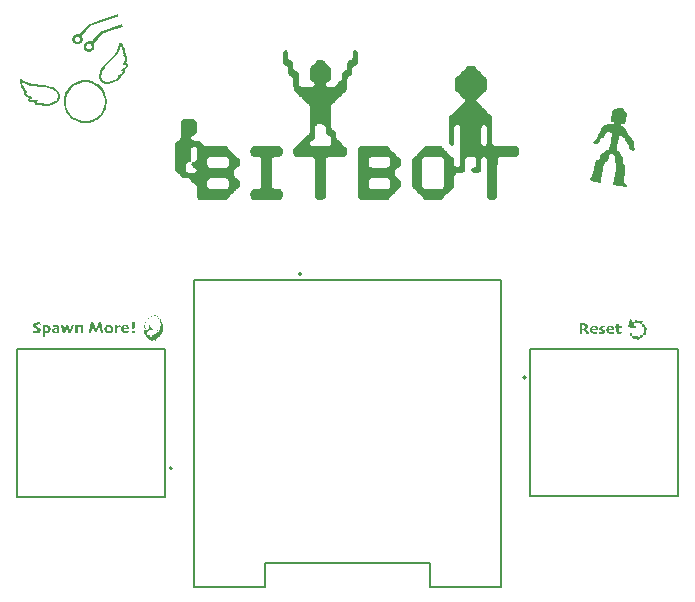
<source format=gbr>
%TF.GenerationSoftware,KiCad,Pcbnew,9.0.2*%
%TF.CreationDate,2025-08-01T16:53:22-07:00*%
%TF.ProjectId,bitboy,62697462-6f79-42e6-9b69-6361645f7063,rev?*%
%TF.SameCoordinates,Original*%
%TF.FileFunction,Legend,Top*%
%TF.FilePolarity,Positive*%
%FSLAX46Y46*%
G04 Gerber Fmt 4.6, Leading zero omitted, Abs format (unit mm)*
G04 Created by KiCad (PCBNEW 9.0.2) date 2025-08-01 16:53:22*
%MOMM*%
%LPD*%
G01*
G04 APERTURE LIST*
%ADD10C,0.200000*%
%ADD11C,0.000000*%
%ADD12C,0.127000*%
G04 APERTURE END LIST*
D10*
G36*
X167015966Y-68218267D02*
G01*
X166807016Y-68299539D01*
X166707182Y-68167526D01*
X166480830Y-67872663D01*
X166483883Y-67858925D01*
X166507851Y-67851598D01*
X166543478Y-67835722D01*
X166578116Y-67815350D01*
X166605150Y-67793224D01*
X166627805Y-67766765D01*
X166643557Y-67739918D01*
X166653010Y-67709527D01*
X166656563Y-67668049D01*
X166651094Y-67628282D01*
X166635008Y-67593494D01*
X166609633Y-67565042D01*
X166575963Y-67544951D01*
X166544681Y-67534421D01*
X166512459Y-67528892D01*
X166448895Y-67525778D01*
X166420868Y-67525961D01*
X166407923Y-67525778D01*
X166406580Y-67692290D01*
X166406153Y-67845125D01*
X166406824Y-68088879D01*
X166408290Y-68280000D01*
X166182304Y-68280000D01*
X166183831Y-68121242D01*
X166184808Y-67811481D01*
X166184502Y-67655165D01*
X166182304Y-67365554D01*
X166264614Y-67363600D01*
X166381118Y-67361646D01*
X166557705Y-67367814D01*
X166631021Y-67378196D01*
X166698817Y-67396512D01*
X166759248Y-67422183D01*
X166805444Y-67453182D01*
X166839867Y-67489263D01*
X166865594Y-67531937D01*
X166880862Y-67577505D01*
X166886029Y-67627016D01*
X166880401Y-67683711D01*
X166864165Y-67733158D01*
X166837486Y-67776859D01*
X166786614Y-67833085D01*
X166738323Y-67870526D01*
X166738323Y-67874617D01*
X166890120Y-68057067D01*
X166965158Y-68147875D01*
X167015966Y-68218267D01*
G37*
G36*
X167477096Y-67570269D02*
G01*
X167537608Y-67585556D01*
X167591927Y-67611569D01*
X167637442Y-67647594D01*
X167667149Y-67682154D01*
X167691010Y-67721165D01*
X167709188Y-67765197D01*
X167725739Y-67837590D01*
X167731781Y-67928290D01*
X167257644Y-67928290D01*
X167265371Y-67978574D01*
X167287320Y-68025132D01*
X167309182Y-68052108D01*
X167338224Y-68076217D01*
X167375675Y-68097489D01*
X167418283Y-68113187D01*
X167463358Y-68123684D01*
X167510595Y-68129458D01*
X167564719Y-68131500D01*
X167640434Y-68129973D01*
X167687512Y-68127592D01*
X167666629Y-68283907D01*
X167618452Y-68286411D01*
X167540905Y-68287815D01*
X167461813Y-68284670D01*
X167391609Y-68275700D01*
X167329330Y-68261498D01*
X167269365Y-68240341D01*
X167217174Y-68213689D01*
X167171854Y-68181692D01*
X167122741Y-68131532D01*
X167083682Y-68070134D01*
X167065244Y-68024805D01*
X167054045Y-67976186D01*
X167050221Y-67923588D01*
X167056638Y-67846977D01*
X167059034Y-67838408D01*
X167247569Y-67838408D01*
X167535348Y-67838408D01*
X167527542Y-67795629D01*
X167513596Y-67761007D01*
X167493949Y-67733018D01*
X167468172Y-67711595D01*
X167436538Y-67698471D01*
X167397290Y-67693817D01*
X167358805Y-67698320D01*
X167326201Y-67711265D01*
X167298128Y-67732712D01*
X167275836Y-67760691D01*
X167258889Y-67795451D01*
X167247569Y-67838408D01*
X167059034Y-67838408D01*
X167074829Y-67781927D01*
X167106288Y-67722219D01*
X167154818Y-67662737D01*
X167205424Y-67621421D01*
X167268269Y-67590197D01*
X167336790Y-67571136D01*
X167405717Y-67564856D01*
X167477096Y-67570269D01*
G37*
G36*
X168351242Y-68072515D02*
G01*
X168347675Y-68108930D01*
X168337306Y-68141313D01*
X168320162Y-68170518D01*
X168285162Y-68208158D01*
X168241332Y-68238295D01*
X168187819Y-68261407D01*
X168118478Y-68278717D01*
X168045137Y-68288470D01*
X167971078Y-68291723D01*
X167881318Y-68287937D01*
X167827035Y-68283907D01*
X167810671Y-68135408D01*
X167862573Y-68139987D01*
X167941891Y-68143224D01*
X167993121Y-68140781D01*
X168047159Y-68130645D01*
X168080529Y-68117635D01*
X168096680Y-68104450D01*
X168105612Y-68087530D01*
X168108647Y-68067752D01*
X168105267Y-68050069D01*
X168095214Y-68035573D01*
X168052899Y-68006753D01*
X167992876Y-67976650D01*
X167926809Y-67942395D01*
X167884656Y-67910141D01*
X167856406Y-67874251D01*
X167839256Y-67832948D01*
X167833447Y-67786873D01*
X167840817Y-67737204D01*
X167862817Y-67692718D01*
X167898416Y-67654964D01*
X167952393Y-67621093D01*
X168004437Y-67601193D01*
X168068286Y-67587571D01*
X168134116Y-67579902D01*
X168193766Y-67576580D01*
X168275771Y-67576336D01*
X168319551Y-67576580D01*
X168337320Y-67728988D01*
X168298668Y-67727034D01*
X168227899Y-67725080D01*
X168172456Y-67728927D01*
X168125989Y-67739612D01*
X168102394Y-67750512D01*
X168087337Y-67762876D01*
X168077748Y-67777968D01*
X168074698Y-67793712D01*
X168078638Y-67812006D01*
X168090818Y-67827967D01*
X168132950Y-67855383D01*
X168196147Y-67886891D01*
X168255926Y-67917726D01*
X168298141Y-67949530D01*
X168327062Y-67983855D01*
X168344976Y-68023873D01*
X168351242Y-68072515D01*
G37*
G36*
X168865373Y-67570269D02*
G01*
X168925884Y-67585556D01*
X168980203Y-67611569D01*
X169025718Y-67647594D01*
X169055425Y-67682154D01*
X169079286Y-67721165D01*
X169097465Y-67765197D01*
X169114015Y-67837590D01*
X169120057Y-67928290D01*
X168645921Y-67928290D01*
X168653648Y-67978574D01*
X168675596Y-68025132D01*
X168697458Y-68052108D01*
X168726501Y-68076217D01*
X168763951Y-68097489D01*
X168806559Y-68113187D01*
X168851634Y-68123684D01*
X168898871Y-68129458D01*
X168952995Y-68131500D01*
X169028710Y-68129973D01*
X169075788Y-68127592D01*
X169054905Y-68283907D01*
X169006728Y-68286411D01*
X168929181Y-68287815D01*
X168850089Y-68284670D01*
X168779885Y-68275700D01*
X168717606Y-68261498D01*
X168657641Y-68240341D01*
X168605451Y-68213689D01*
X168560130Y-68181692D01*
X168511018Y-68131532D01*
X168471959Y-68070134D01*
X168453521Y-68024805D01*
X168442321Y-67976186D01*
X168438497Y-67923588D01*
X168444914Y-67846977D01*
X168447310Y-67838408D01*
X168635846Y-67838408D01*
X168923625Y-67838408D01*
X168915818Y-67795629D01*
X168901872Y-67761007D01*
X168882226Y-67733018D01*
X168856448Y-67711595D01*
X168824815Y-67698471D01*
X168785566Y-67693817D01*
X168747082Y-67698320D01*
X168714477Y-67711265D01*
X168686404Y-67732712D01*
X168664112Y-67760691D01*
X168647165Y-67795451D01*
X168635846Y-67838408D01*
X168447310Y-67838408D01*
X168463105Y-67781927D01*
X168494564Y-67722219D01*
X168543094Y-67662737D01*
X168593700Y-67621421D01*
X168656545Y-67590197D01*
X168725066Y-67571136D01*
X168793993Y-67564856D01*
X168865373Y-67570269D01*
G37*
G36*
X169732252Y-68139316D02*
G01*
X169712590Y-68283907D01*
X169680411Y-68286472D01*
X169621671Y-68287815D01*
X169536695Y-68283068D01*
X169468473Y-68270071D01*
X169414091Y-68250309D01*
X169371078Y-68224678D01*
X169334762Y-68190025D01*
X169308713Y-68148222D01*
X169292424Y-68097816D01*
X169286631Y-68036612D01*
X169287486Y-67888906D01*
X169288401Y-67732896D01*
X169174523Y-67732896D01*
X169174523Y-67584396D01*
X169293653Y-67584396D01*
X169293653Y-67400725D01*
X169495336Y-67400725D01*
X169495336Y-67584396D01*
X169729565Y-67584396D01*
X169729565Y-67732896D01*
X169495336Y-67732896D01*
X169494603Y-67793101D01*
X169493871Y-67866985D01*
X169493993Y-67922367D01*
X169494176Y-67990755D01*
X169499380Y-68038966D01*
X169513570Y-68075275D01*
X169535881Y-68102557D01*
X169566404Y-68120944D01*
X169615238Y-68134090D01*
X169689815Y-68139316D01*
X169715155Y-68139316D01*
X169732252Y-68139316D01*
G37*
G36*
X120551249Y-67941149D02*
G01*
X120546679Y-67989935D01*
X120533501Y-68032664D01*
X120511926Y-68070537D01*
X120483242Y-68103971D01*
X120447879Y-68133864D01*
X120405008Y-68160296D01*
X120341227Y-68186757D01*
X120258401Y-68206702D01*
X120170943Y-68217963D01*
X120082486Y-68221723D01*
X119967325Y-68218670D01*
X119900036Y-68213907D01*
X119879520Y-68026329D01*
X119942046Y-68030969D01*
X120039499Y-68034145D01*
X120119427Y-68028954D01*
X120199478Y-68014727D01*
X120238302Y-67999551D01*
X120259928Y-67983342D01*
X120272944Y-67962266D01*
X120277391Y-67936386D01*
X120272462Y-67905912D01*
X120258218Y-67881493D01*
X120234681Y-67860617D01*
X120192517Y-67835392D01*
X120114970Y-67799244D01*
X120031378Y-67755525D01*
X119989156Y-67725984D01*
X119957823Y-67695758D01*
X119935635Y-67664727D01*
X119914024Y-67611870D01*
X119906692Y-67552803D01*
X119912211Y-67502249D01*
X119928185Y-67458281D01*
X119953274Y-67419195D01*
X119985216Y-67386229D01*
X120023483Y-67357244D01*
X120071816Y-67331851D01*
X120132067Y-67310453D01*
X120194557Y-67296213D01*
X120267202Y-67287077D01*
X120351397Y-67283831D01*
X120454834Y-67285235D01*
X120509178Y-67287739D01*
X120532381Y-67479225D01*
X120478342Y-67474951D01*
X120386079Y-67471409D01*
X120312562Y-67476538D01*
X120245212Y-67491926D01*
X120217590Y-67503487D01*
X120197646Y-67518792D01*
X120184620Y-67538588D01*
X120180244Y-67562329D01*
X120184857Y-67586380D01*
X120199417Y-67609773D01*
X120223095Y-67630799D01*
X120266461Y-67657217D01*
X120339918Y-67692021D01*
X120422227Y-67734337D01*
X120463220Y-67762380D01*
X120495110Y-67792174D01*
X120519131Y-67823790D01*
X120536799Y-67859113D01*
X120547550Y-67897958D01*
X120551249Y-67941149D01*
G37*
G36*
X120952925Y-67516683D02*
G01*
X121044680Y-67525143D01*
X121128964Y-67543206D01*
X121211742Y-67574357D01*
X121267545Y-67605843D01*
X121312634Y-67643365D01*
X121348335Y-67687137D01*
X121374856Y-67736869D01*
X121390783Y-67790421D01*
X121396207Y-67848886D01*
X121390458Y-67917883D01*
X121374151Y-67976543D01*
X121348030Y-68026756D01*
X121312605Y-68071420D01*
X121269736Y-68110156D01*
X121218642Y-68143260D01*
X121151374Y-68172930D01*
X121073501Y-68194002D01*
X120993459Y-68206132D01*
X120920239Y-68210000D01*
X120922376Y-68522630D01*
X120712266Y-68522630D01*
X120713304Y-68331510D01*
X120714403Y-67981022D01*
X120714135Y-67902254D01*
X120911568Y-67902254D01*
X120911751Y-67993906D01*
X120911995Y-68073224D01*
X120957328Y-68070973D01*
X121004685Y-68064064D01*
X121049612Y-68052606D01*
X121081683Y-68039152D01*
X121127582Y-68007577D01*
X121159658Y-67970031D01*
X121173911Y-67940930D01*
X121183048Y-67905226D01*
X121186341Y-67861404D01*
X121180470Y-67813157D01*
X121163382Y-67771217D01*
X121136417Y-67735458D01*
X121101528Y-67708142D01*
X121064523Y-67690803D01*
X121023859Y-67679260D01*
X120980872Y-67672915D01*
X120933244Y-67670711D01*
X120923353Y-67670711D01*
X120912728Y-67670711D01*
X120912117Y-67738489D01*
X120911568Y-67902254D01*
X120714135Y-67902254D01*
X120713670Y-67765783D01*
X120712266Y-67514396D01*
X120772349Y-67513724D01*
X120824984Y-67513419D01*
X120952925Y-67516683D01*
G37*
G36*
X121818243Y-67508138D02*
G01*
X121900019Y-67522517D01*
X121949645Y-67539037D01*
X121992507Y-67560913D01*
X122029467Y-67588035D01*
X122058974Y-67617902D01*
X122082431Y-67651555D01*
X122100176Y-67689457D01*
X122116200Y-67754225D01*
X122122402Y-67846749D01*
X122122035Y-68104853D01*
X122121669Y-68210000D01*
X122032887Y-68216594D01*
X121867595Y-68221723D01*
X121808419Y-68219513D01*
X121736803Y-68212259D01*
X121666840Y-68199264D01*
X121614255Y-68181851D01*
X121557097Y-68149658D01*
X121515886Y-68110532D01*
X121496236Y-68079453D01*
X121484447Y-68045188D01*
X121480409Y-68006789D01*
X121482469Y-67987067D01*
X121690031Y-67987067D01*
X121695368Y-68021518D01*
X121710181Y-68046540D01*
X121732934Y-68065785D01*
X121762571Y-68080612D01*
X121815205Y-68092702D01*
X121878831Y-68096671D01*
X121899347Y-68096366D01*
X121924016Y-68095999D01*
X121924199Y-68055272D01*
X121924382Y-67975710D01*
X121924382Y-67925945D01*
X121923710Y-67866106D01*
X121853307Y-67873799D01*
X121804497Y-67883493D01*
X121763121Y-67897491D01*
X121737218Y-67911035D01*
X121712929Y-67930952D01*
X121695807Y-67956211D01*
X121690031Y-67987067D01*
X121482469Y-67987067D01*
X121484782Y-67964929D01*
X121497431Y-67928393D01*
X121518328Y-67896025D01*
X121546255Y-67868832D01*
X121584960Y-67843505D01*
X121636908Y-67820310D01*
X121694321Y-67802931D01*
X121770143Y-67788558D01*
X121913696Y-67772316D01*
X121907495Y-67737883D01*
X121894218Y-67711927D01*
X121872285Y-67691964D01*
X121835172Y-67675352D01*
X121774661Y-67662773D01*
X121695832Y-67658988D01*
X121624757Y-67660331D01*
X121561254Y-67662896D01*
X121579206Y-67506580D01*
X121622925Y-67504138D01*
X121707677Y-67502672D01*
X121818243Y-67508138D01*
G37*
G36*
X123369628Y-67552070D02*
G01*
X123280908Y-67779412D01*
X123208122Y-67978091D01*
X123127950Y-68210000D01*
X122943913Y-68210000D01*
X122899827Y-68074078D01*
X122801153Y-67784895D01*
X122797428Y-67784895D01*
X122698754Y-68060157D01*
X122645692Y-68210000D01*
X122461655Y-68210000D01*
X122385757Y-67987311D01*
X122225106Y-67556161D01*
X122433689Y-67498764D01*
X122576816Y-67957269D01*
X122580235Y-67957269D01*
X122728674Y-67523982D01*
X122874853Y-67523982D01*
X123015537Y-67956536D01*
X123018956Y-67956536D01*
X123163609Y-67498764D01*
X123369628Y-67552070D01*
G37*
G36*
X124159021Y-68210000D02*
G01*
X123949338Y-68210000D01*
X123950376Y-68105708D01*
X123951475Y-67974061D01*
X123951109Y-67877280D01*
X123950071Y-67782575D01*
X123943146Y-67724749D01*
X123928578Y-67691289D01*
X123912959Y-67676297D01*
X123890107Y-67666568D01*
X123857320Y-67662896D01*
X123822236Y-67667087D01*
X123777208Y-67681458D01*
X123732298Y-67701777D01*
X123690258Y-67725422D01*
X123689708Y-67801442D01*
X123689159Y-67922220D01*
X123690441Y-68098014D01*
X123691723Y-68210000D01*
X123481980Y-68210000D01*
X123483018Y-68114623D01*
X123484117Y-67882287D01*
X123483384Y-67703501D01*
X123481980Y-67514396D01*
X123687693Y-67514396D01*
X123687021Y-67580830D01*
X123687693Y-67582234D01*
X123754311Y-67547887D01*
X123825019Y-67519769D01*
X123895939Y-67500562D01*
X123952819Y-67494856D01*
X124013091Y-67501784D01*
X124062173Y-67521365D01*
X124102601Y-67553292D01*
X124132757Y-67595291D01*
X124151529Y-67646869D01*
X124158227Y-67710706D01*
X124157372Y-67848337D01*
X124156517Y-67940905D01*
X124157739Y-68096976D01*
X124159021Y-68210000D01*
G37*
G36*
X125857913Y-68180080D02*
G01*
X125639804Y-68221723D01*
X125525071Y-67613192D01*
X125521346Y-67606903D01*
X125440075Y-67798389D01*
X125313068Y-68115539D01*
X125142648Y-68115539D01*
X125078116Y-67950205D01*
X125013810Y-67795336D01*
X124934003Y-67608551D01*
X124930279Y-67608185D01*
X124884483Y-67830874D01*
X124809989Y-68221723D01*
X124598902Y-68181423D01*
X124722428Y-67604277D01*
X124782390Y-67307034D01*
X125001598Y-67283831D01*
X125077435Y-67478370D01*
X125231857Y-67862015D01*
X125237109Y-67862015D01*
X125386524Y-67494795D01*
X125471887Y-67283831D01*
X125695369Y-67302943D01*
X125744890Y-67580891D01*
X125857913Y-68180080D01*
G37*
G36*
X126387271Y-67500849D02*
G01*
X126454354Y-67518121D01*
X126515794Y-67547526D01*
X126571163Y-67589867D01*
X126606154Y-67627873D01*
X126634230Y-67668442D01*
X126655854Y-67711866D01*
X126676669Y-67782424D01*
X126683881Y-67862564D01*
X126676330Y-67940165D01*
X126653778Y-68013934D01*
X126630558Y-68059875D01*
X126600872Y-68101778D01*
X126564324Y-68140024D01*
X126511030Y-68179371D01*
X126450874Y-68207313D01*
X126385407Y-68223831D01*
X126312266Y-68229539D01*
X126240639Y-68223896D01*
X126174207Y-68207313D01*
X126112919Y-68179440D01*
X126059474Y-68140696D01*
X126024249Y-68104245D01*
X125994828Y-68062955D01*
X125970997Y-68016315D01*
X125953781Y-67966747D01*
X125943416Y-67915188D01*
X125939918Y-67861160D01*
X126148318Y-67861160D01*
X126152092Y-67912788D01*
X126162972Y-67958735D01*
X126182658Y-68000190D01*
X126212493Y-68035854D01*
X126233304Y-68052367D01*
X126257616Y-68064064D01*
X126284116Y-68070910D01*
X126312266Y-68073224D01*
X126341750Y-68070499D01*
X126369968Y-68062355D01*
X126395789Y-68049019D01*
X126417412Y-68031092D01*
X126441844Y-67998204D01*
X126460460Y-67957025D01*
X126471709Y-67912080D01*
X126475481Y-67865251D01*
X126471830Y-67817363D01*
X126460765Y-67769446D01*
X126441334Y-67725366D01*
X126413321Y-67689884D01*
X126392467Y-67673279D01*
X126367526Y-67661064D01*
X126340427Y-67653650D01*
X126312266Y-67651172D01*
X126279512Y-67653973D01*
X126253159Y-67661735D01*
X126229340Y-67675242D01*
X126204982Y-67696723D01*
X126181379Y-67728046D01*
X126162972Y-67770118D01*
X126151937Y-67815932D01*
X126148318Y-67861160D01*
X125939918Y-67861160D01*
X125946782Y-67783038D01*
X125966540Y-67714553D01*
X126000100Y-67652255D01*
X126049216Y-67594630D01*
X126103824Y-67551483D01*
X126167063Y-67520136D01*
X126236200Y-67501286D01*
X126311533Y-67494856D01*
X126387271Y-67500849D01*
G37*
G36*
X127342787Y-67666803D02*
G01*
X127217247Y-67711866D01*
X127036385Y-67791856D01*
X127035957Y-67853466D01*
X127035591Y-67944080D01*
X127036690Y-68104487D01*
X127037850Y-68210000D01*
X126828107Y-68210000D01*
X126829145Y-68107784D01*
X126830244Y-67889125D01*
X126829511Y-67724262D01*
X126828107Y-67514396D01*
X127033393Y-67514396D01*
X127032538Y-67616001D01*
X127033881Y-67616978D01*
X127100616Y-67577188D01*
X127173344Y-67539492D01*
X127244209Y-67507481D01*
X127289542Y-67490949D01*
X127342787Y-67666803D01*
G37*
G36*
X127784012Y-67500269D02*
G01*
X127844523Y-67515556D01*
X127898842Y-67541569D01*
X127944357Y-67577594D01*
X127974064Y-67612154D01*
X127997925Y-67651165D01*
X128016104Y-67695197D01*
X128032654Y-67767590D01*
X128038696Y-67858290D01*
X127564560Y-67858290D01*
X127572287Y-67908574D01*
X127594235Y-67955132D01*
X127616098Y-67982108D01*
X127645140Y-68006217D01*
X127682590Y-68027489D01*
X127725198Y-68043187D01*
X127770273Y-68053684D01*
X127817510Y-68059458D01*
X127871634Y-68061500D01*
X127947349Y-68059973D01*
X127994427Y-68057592D01*
X127973545Y-68213907D01*
X127925368Y-68216411D01*
X127847821Y-68217815D01*
X127768728Y-68214670D01*
X127698525Y-68205700D01*
X127636245Y-68191498D01*
X127576280Y-68170341D01*
X127524090Y-68143689D01*
X127478770Y-68111692D01*
X127429657Y-68061532D01*
X127390598Y-68000134D01*
X127372160Y-67954805D01*
X127360960Y-67906186D01*
X127357137Y-67853588D01*
X127363553Y-67776977D01*
X127365949Y-67768408D01*
X127554485Y-67768408D01*
X127842264Y-67768408D01*
X127834458Y-67725629D01*
X127820511Y-67691007D01*
X127800865Y-67663018D01*
X127775088Y-67641595D01*
X127743454Y-67628471D01*
X127704206Y-67623817D01*
X127665721Y-67628320D01*
X127633116Y-67641265D01*
X127605043Y-67662712D01*
X127582752Y-67690691D01*
X127565804Y-67725451D01*
X127554485Y-67768408D01*
X127365949Y-67768408D01*
X127381744Y-67711927D01*
X127413203Y-67652219D01*
X127461734Y-67592737D01*
X127512340Y-67551421D01*
X127575184Y-67520197D01*
X127643705Y-67501136D01*
X127712632Y-67494856D01*
X127784012Y-67500269D01*
G37*
G36*
X128522969Y-67295554D02*
G01*
X128516425Y-67563763D01*
X128508070Y-67711988D01*
X128488408Y-67893461D01*
X128314446Y-67893461D01*
X128294724Y-67711622D01*
X128286300Y-67565307D01*
X128279214Y-67295554D01*
X128522969Y-67295554D01*
G37*
G36*
X128516924Y-68210000D02*
G01*
X128285382Y-68210000D01*
X128285382Y-68014605D01*
X128516924Y-68014605D01*
X128516924Y-68210000D01*
G37*
D11*
%TO.C,G\u002A\u002A\u002A*%
G36*
X129354676Y-67943686D02*
G01*
X129346949Y-67949097D01*
X129341537Y-67941369D01*
X129349265Y-67935959D01*
X129354676Y-67943686D01*
G37*
G36*
X129374001Y-67987732D02*
G01*
X129366274Y-67993143D01*
X129360864Y-67985415D01*
X129368591Y-67980005D01*
X129374001Y-67987732D01*
G37*
G36*
X129637549Y-68183209D02*
G01*
X129629822Y-68188620D01*
X129624410Y-68180893D01*
X129632137Y-68175482D01*
X129637549Y-68183209D01*
G37*
G36*
X129651416Y-67874095D02*
G01*
X129643689Y-67879505D01*
X129638277Y-67871777D01*
X129646005Y-67866367D01*
X129651416Y-67874095D01*
G37*
G36*
X129714882Y-68589684D02*
G01*
X129707155Y-68595094D01*
X129701745Y-68587367D01*
X129709472Y-68581957D01*
X129714882Y-68589684D01*
G37*
G36*
X129762769Y-68394936D02*
G01*
X129755042Y-68400346D01*
X129749632Y-68392619D01*
X129757359Y-68387209D01*
X129762769Y-68394936D01*
G37*
G36*
X130027013Y-68048690D02*
G01*
X130019286Y-68054101D01*
X130013875Y-68046374D01*
X130021603Y-68040963D01*
X130027013Y-68048690D01*
G37*
G36*
X130135224Y-68203233D02*
G01*
X130127497Y-68208644D01*
X130122087Y-68200916D01*
X130129814Y-68195506D01*
X130135224Y-68203233D01*
G37*
G36*
X130226427Y-68300589D02*
G01*
X130218700Y-68306002D01*
X130213289Y-68298274D01*
X130221016Y-68292864D01*
X130226427Y-68300589D01*
G37*
G36*
X130781951Y-67531594D02*
G01*
X130774225Y-67537003D01*
X130768814Y-67529276D01*
X130776541Y-67523866D01*
X130781951Y-67531594D01*
G37*
G36*
X129333541Y-67808731D02*
G01*
X129331486Y-67829539D01*
X129328063Y-67833729D01*
X129322783Y-67828757D01*
X129324204Y-67815269D01*
X129329883Y-67801816D01*
X129333541Y-67808731D01*
G37*
G36*
X129347440Y-67729905D02*
G01*
X129345386Y-67750713D01*
X129341963Y-67754902D01*
X129336682Y-67749931D01*
X129338103Y-67736443D01*
X129343782Y-67722990D01*
X129347440Y-67729905D01*
G37*
G36*
X129349795Y-67857669D02*
G01*
X129351444Y-67859581D01*
X129348263Y-67867074D01*
X129341141Y-67866796D01*
X129331174Y-67860082D01*
X129333926Y-67856493D01*
X129349795Y-67857669D01*
G37*
G36*
X129574783Y-67898962D02*
G01*
X129573607Y-67914831D01*
X129571695Y-67916479D01*
X129564204Y-67913299D01*
X129564481Y-67906177D01*
X129571195Y-67896210D01*
X129574783Y-67898962D01*
G37*
G36*
X129717746Y-68613402D02*
G01*
X129719395Y-68615314D01*
X129716215Y-68622806D01*
X129709092Y-68622528D01*
X129699126Y-68615814D01*
X129701878Y-68612225D01*
X129717746Y-68613402D01*
G37*
G36*
X129973511Y-68558244D02*
G01*
X129971457Y-68579052D01*
X129968033Y-68583241D01*
X129962753Y-68578270D01*
X129964174Y-68564780D01*
X129969854Y-68551328D01*
X129973511Y-68558244D01*
G37*
G36*
X130278032Y-68739287D02*
G01*
X130279681Y-68741200D01*
X130276500Y-68748692D01*
X130269378Y-68748414D01*
X130259412Y-68741699D01*
X130262163Y-68738112D01*
X130278032Y-68739287D01*
G37*
G36*
X130607773Y-67022886D02*
G01*
X130609421Y-67024798D01*
X130606241Y-67032291D01*
X130599119Y-67032012D01*
X130589152Y-67025299D01*
X130591905Y-67021710D01*
X130607773Y-67022886D01*
G37*
G36*
X130636490Y-67178579D02*
G01*
X130635314Y-67194448D01*
X130633401Y-67196096D01*
X130625909Y-67192915D01*
X130626188Y-67185793D01*
X130632901Y-67175827D01*
X130636490Y-67178579D01*
G37*
G36*
X130774819Y-67919295D02*
G01*
X130776468Y-67921207D01*
X130773288Y-67928698D01*
X130766166Y-67928420D01*
X130756199Y-67921706D01*
X130758951Y-67918117D01*
X130774819Y-67919295D01*
G37*
G36*
X130549830Y-67925550D02*
G01*
X130551262Y-67927552D01*
X130558601Y-67946607D01*
X130556077Y-67952691D01*
X130547000Y-67947026D01*
X130542610Y-67933610D01*
X130541316Y-67917556D01*
X130549830Y-67925550D01*
G37*
G36*
X129554325Y-67118710D02*
G01*
X129565319Y-67130957D01*
X129565146Y-67134164D01*
X129552901Y-67145158D01*
X129549692Y-67144986D01*
X129538699Y-67132738D01*
X129538871Y-67129530D01*
X129551118Y-67118538D01*
X129554325Y-67118710D01*
G37*
G36*
X129606398Y-68694421D02*
G01*
X129606507Y-68700525D01*
X129590547Y-68707000D01*
X129570163Y-68706769D01*
X129560010Y-68700179D01*
X129560071Y-68699427D01*
X129572120Y-68694437D01*
X129588465Y-68692151D01*
X129606398Y-68694421D01*
G37*
G36*
X129629814Y-68226192D02*
G01*
X129629440Y-68229191D01*
X129617112Y-68240043D01*
X129613210Y-68239877D01*
X129606784Y-68230444D01*
X129609733Y-68225717D01*
X129623749Y-68215265D01*
X129625963Y-68215033D01*
X129629814Y-68226192D01*
G37*
G36*
X129943616Y-68487781D02*
G01*
X129959301Y-68498120D01*
X129960230Y-68504257D01*
X129947330Y-68512882D01*
X129930863Y-68512625D01*
X129913589Y-68504365D01*
X129914249Y-68496149D01*
X129935389Y-68487412D01*
X129943616Y-68487781D01*
G37*
G36*
X130381186Y-66966494D02*
G01*
X130387614Y-66975925D01*
X130384663Y-66980652D01*
X130370648Y-66991103D01*
X130368433Y-66991337D01*
X130364583Y-66980177D01*
X130364957Y-66977178D01*
X130377284Y-66966325D01*
X130381186Y-66966494D01*
G37*
G36*
X130441826Y-67975632D02*
G01*
X130443150Y-67993379D01*
X130429989Y-68013698D01*
X130412241Y-68015021D01*
X130391922Y-68001859D01*
X130390600Y-67984112D01*
X130403761Y-67963793D01*
X130421507Y-67962470D01*
X130441826Y-67975632D01*
G37*
G36*
X129600077Y-67070640D02*
G01*
X129599530Y-67092815D01*
X129593042Y-67119244D01*
X129585104Y-67122379D01*
X129577766Y-67113811D01*
X129573180Y-67093140D01*
X129578227Y-67070023D01*
X129589515Y-67057676D01*
X129592184Y-67057654D01*
X129600077Y-67070640D01*
G37*
G36*
X130002102Y-66764189D02*
G01*
X130029066Y-66773937D01*
X130039974Y-66784413D01*
X130033200Y-66792813D01*
X130006965Y-66792131D01*
X130005589Y-66791896D01*
X129978242Y-66783220D01*
X129967668Y-66772044D01*
X129967718Y-66771673D01*
X129980693Y-66763688D01*
X130002102Y-66764189D01*
G37*
G36*
X130095467Y-66747653D02*
G01*
X130099474Y-66754266D01*
X130096905Y-66766323D01*
X130092439Y-66766572D01*
X130068857Y-66766914D01*
X130057413Y-66768618D01*
X130040063Y-66764301D01*
X130038948Y-66751816D01*
X130051980Y-66737650D01*
X130075124Y-66736435D01*
X130095467Y-66747653D01*
G37*
G36*
X130302686Y-68086092D02*
G01*
X130303684Y-68094089D01*
X130307020Y-68101728D01*
X130317201Y-68093086D01*
X130328750Y-68084986D01*
X130328469Y-68094903D01*
X130316844Y-68117192D01*
X130314849Y-68120224D01*
X130293670Y-68131866D01*
X130280202Y-68130054D01*
X130265175Y-68114342D01*
X130263579Y-68092511D01*
X130274062Y-68076235D01*
X130286672Y-68074157D01*
X130302686Y-68086092D01*
G37*
G36*
X130412361Y-68801787D02*
G01*
X130430450Y-68812653D01*
X130432381Y-68822689D01*
X130440554Y-68837036D01*
X130463179Y-68840086D01*
X130488385Y-68844613D01*
X130494544Y-68854268D01*
X130481036Y-68861601D01*
X130449550Y-68861142D01*
X130437798Y-68859387D01*
X130404910Y-68852133D01*
X130394560Y-68844507D01*
X130402183Y-68834105D01*
X130413485Y-68818563D01*
X130404957Y-68808572D01*
X130400200Y-68801651D01*
X130412361Y-68801787D01*
G37*
G36*
X130413292Y-67012499D02*
G01*
X130423257Y-67023363D01*
X130435860Y-67044874D01*
X130439617Y-67072937D01*
X130435183Y-67115767D01*
X130432082Y-67134258D01*
X130422503Y-67177384D01*
X130412237Y-67206125D01*
X130404402Y-67214417D01*
X130399492Y-67201228D01*
X130400234Y-67169239D01*
X130404998Y-67134213D01*
X130411354Y-67077541D01*
X130406311Y-67040996D01*
X130401213Y-67031306D01*
X130389755Y-67007900D01*
X130395479Y-67001021D01*
X130413292Y-67012499D01*
G37*
G36*
X130525460Y-66926347D02*
G01*
X130530083Y-66948723D01*
X130523549Y-66971392D01*
X130502173Y-66974278D01*
X130501468Y-66974155D01*
X130477221Y-66961073D01*
X130469662Y-66947643D01*
X130469469Y-66941223D01*
X130506758Y-66941223D01*
X130512168Y-66948952D01*
X130519895Y-66943539D01*
X130514485Y-66935813D01*
X130506758Y-66941223D01*
X130469469Y-66941223D01*
X130469270Y-66934612D01*
X130469038Y-66926882D01*
X130483239Y-66919178D01*
X130504023Y-66918323D01*
X130525460Y-66926347D01*
G37*
G36*
X130199094Y-67828436D02*
G01*
X130200470Y-67828673D01*
X130227816Y-67837348D01*
X130238391Y-67848524D01*
X130238342Y-67848897D01*
X130225689Y-67858848D01*
X130217282Y-67858730D01*
X130196047Y-67864905D01*
X130191395Y-67871097D01*
X130174952Y-67879787D01*
X130155433Y-67877360D01*
X130133918Y-67864716D01*
X130130047Y-67851708D01*
X130144886Y-67846358D01*
X130151406Y-67847114D01*
X130166127Y-67843142D01*
X130166085Y-67836155D01*
X130172858Y-67827756D01*
X130199094Y-67828436D01*
G37*
G36*
X129444465Y-67788406D02*
G01*
X129444096Y-67820649D01*
X129443858Y-67822022D01*
X129441423Y-67855730D01*
X129446194Y-67877377D01*
X129447401Y-67878758D01*
X129454788Y-67900616D01*
X129449786Y-67932372D01*
X129434590Y-67961580D01*
X129432344Y-67964154D01*
X129422668Y-67969506D01*
X129421519Y-67953312D01*
X129424371Y-67933718D01*
X129425242Y-67893357D01*
X129413454Y-67874316D01*
X129401523Y-67853608D01*
X129405786Y-67821759D01*
X129420009Y-67788925D01*
X129434670Y-67777819D01*
X129444465Y-67788406D01*
G37*
G36*
X129518173Y-67151020D02*
G01*
X129517626Y-67173197D01*
X129508775Y-67197093D01*
X129498697Y-67203723D01*
X129487976Y-67213742D01*
X129478629Y-67241374D01*
X129477451Y-67247390D01*
X129468792Y-67277200D01*
X129458000Y-67290961D01*
X129456205Y-67291055D01*
X129449559Y-67277975D01*
X129450225Y-67248810D01*
X129451176Y-67242757D01*
X129459835Y-67212945D01*
X129470629Y-67199185D01*
X129472421Y-67199091D01*
X129484280Y-67189590D01*
X129491350Y-67168564D01*
X129500201Y-67144667D01*
X129510279Y-67138036D01*
X129518173Y-67151020D01*
G37*
G36*
X129952186Y-66788858D02*
G01*
X129955480Y-66794190D01*
X129949007Y-66808443D01*
X129927978Y-66825030D01*
X129902862Y-66837019D01*
X129887980Y-66838889D01*
X129873605Y-66846667D01*
X129872675Y-66849737D01*
X129859790Y-66858471D01*
X129844083Y-66858241D01*
X129823261Y-66851316D01*
X129819131Y-66846100D01*
X129831737Y-66830917D01*
X129855830Y-66816081D01*
X129877465Y-66810011D01*
X129878686Y-66810158D01*
X129893042Y-66801733D01*
X129896238Y-66792933D01*
X129909206Y-66780150D01*
X129932416Y-66778887D01*
X129952186Y-66788858D01*
G37*
G36*
X129811841Y-66873898D02*
G01*
X129804910Y-66891177D01*
X129785959Y-66909707D01*
X129760324Y-66923099D01*
X129750346Y-66925450D01*
X129735769Y-66938545D01*
X129725443Y-66961507D01*
X129711409Y-66987421D01*
X129687729Y-67012608D01*
X129660059Y-67033529D01*
X129634060Y-67046646D01*
X129615390Y-67048422D01*
X129609709Y-67035321D01*
X129609954Y-67033696D01*
X129622650Y-67023916D01*
X129631977Y-67024033D01*
X129649841Y-67015408D01*
X129657475Y-66994664D01*
X129666326Y-66970767D01*
X129676404Y-66964137D01*
X129689018Y-66955014D01*
X129694174Y-66940177D01*
X129706164Y-66920226D01*
X129718514Y-66917376D01*
X129737328Y-66912867D01*
X129740703Y-66906775D01*
X129754584Y-66886243D01*
X129780158Y-66868928D01*
X129801415Y-66864264D01*
X129811841Y-66873898D01*
G37*
G36*
X129416793Y-67284106D02*
G01*
X129421256Y-67297498D01*
X129420034Y-67331407D01*
X129413359Y-67380331D01*
X129412557Y-67384954D01*
X129402171Y-67434314D01*
X129391658Y-67468141D01*
X129382677Y-67481186D01*
X129382044Y-67481170D01*
X129373163Y-67492133D01*
X129362763Y-67523880D01*
X129352707Y-67570728D01*
X129352691Y-67570817D01*
X129344992Y-67626010D01*
X129345744Y-67657151D01*
X129352241Y-67665560D01*
X129360698Y-67671050D01*
X129349460Y-67681326D01*
X129337046Y-67702184D01*
X129323722Y-67746188D01*
X129310538Y-67809879D01*
X129310531Y-67809922D01*
X129299694Y-67866730D01*
X129290579Y-67901450D01*
X129281620Y-67918472D01*
X129271245Y-67922182D01*
X129270438Y-67922059D01*
X129263736Y-67917373D01*
X129260651Y-67903942D01*
X129261489Y-67878259D01*
X129266552Y-67836818D01*
X129276146Y-67776110D01*
X129290113Y-67695244D01*
X129305006Y-67612541D01*
X129316677Y-67552795D01*
X129326042Y-67512610D01*
X129334014Y-67488585D01*
X129341506Y-67477322D01*
X129349200Y-67475378D01*
X129360505Y-67472050D01*
X129369896Y-67454474D01*
X129379161Y-67418066D01*
X129386281Y-67380321D01*
X129396665Y-67330960D01*
X129407179Y-67297134D01*
X129416160Y-67284089D01*
X129416793Y-67284106D01*
G37*
G36*
X130202425Y-66692647D02*
G01*
X130257117Y-66700920D01*
X130290730Y-66706713D01*
X130355320Y-66718682D01*
X130397547Y-66728259D01*
X130421480Y-66736748D01*
X130431182Y-66745449D01*
X130431772Y-66751901D01*
X130439988Y-66769876D01*
X130455511Y-66776407D01*
X130484957Y-66790811D01*
X130506321Y-66816336D01*
X130511160Y-66839436D01*
X130520531Y-66851996D01*
X130541522Y-66859303D01*
X130565419Y-66868154D01*
X130572050Y-66878233D01*
X130580635Y-66891764D01*
X130589440Y-66894844D01*
X130605577Y-66905515D01*
X130606664Y-66912395D01*
X130612686Y-66936437D01*
X130630795Y-66961455D01*
X130649176Y-66973109D01*
X130660895Y-66985582D01*
X130660770Y-66989666D01*
X130666792Y-67013707D01*
X130684901Y-67038725D01*
X130703281Y-67050379D01*
X130713890Y-67063206D01*
X130713883Y-67072568D01*
X130717894Y-67091302D01*
X130723545Y-67094591D01*
X130732280Y-67107477D01*
X130732050Y-67123183D01*
X130736493Y-67146030D01*
X130747124Y-67152934D01*
X130760960Y-67167148D01*
X130761039Y-67189253D01*
X130761183Y-67214734D01*
X130768385Y-67224412D01*
X130778164Y-67237108D01*
X130778048Y-67246436D01*
X130785492Y-67265707D01*
X130794279Y-67269616D01*
X130808242Y-67283679D01*
X130808706Y-67303035D01*
X130813379Y-67335677D01*
X130826362Y-67356550D01*
X130842699Y-67383955D01*
X130845104Y-67403909D01*
X130850402Y-67429595D01*
X130859283Y-67438733D01*
X130870860Y-67459965D01*
X130870043Y-67492942D01*
X130869994Y-67529706D01*
X130881456Y-67547540D01*
X130891060Y-67560139D01*
X130892468Y-67585269D01*
X130885764Y-67628679D01*
X130882857Y-67642928D01*
X130873953Y-67695811D01*
X130874240Y-67730361D01*
X130883142Y-67752464D01*
X130888484Y-67776618D01*
X130888007Y-67820592D01*
X130882726Y-67878459D01*
X130873658Y-67944298D01*
X130861817Y-68012182D01*
X130848220Y-68076188D01*
X130833883Y-68130391D01*
X130819822Y-68168865D01*
X130809035Y-68184646D01*
X130790263Y-68211097D01*
X130775845Y-68258401D01*
X130774032Y-68267918D01*
X130762905Y-68313267D01*
X130748898Y-68335566D01*
X130741172Y-68339044D01*
X130722490Y-68353951D01*
X130714836Y-68373165D01*
X130702568Y-68398461D01*
X130688738Y-68407239D01*
X130672708Y-68421361D01*
X130672101Y-68432733D01*
X130665091Y-68453360D01*
X130653774Y-68458556D01*
X130633197Y-68468671D01*
X130629045Y-68475596D01*
X130615453Y-68494946D01*
X130590220Y-68511757D01*
X130568580Y-68516702D01*
X130554224Y-68525127D01*
X130551029Y-68533927D01*
X130540358Y-68550064D01*
X130533478Y-68551151D01*
X130507738Y-68557693D01*
X130482882Y-68578589D01*
X130471529Y-68600675D01*
X130456955Y-68623902D01*
X130426749Y-68649271D01*
X130390583Y-68670460D01*
X130358132Y-68681145D01*
X130348514Y-68681090D01*
X130326426Y-68682959D01*
X130320374Y-68689676D01*
X130307773Y-68699817D01*
X130300361Y-68699693D01*
X130272591Y-68704772D01*
X130241328Y-68722646D01*
X130218403Y-68745587D01*
X130213817Y-68756226D01*
X130221232Y-68777915D01*
X130243812Y-68793334D01*
X130270041Y-68796167D01*
X130279286Y-68792146D01*
X130285960Y-68781746D01*
X130268148Y-68775289D01*
X130242916Y-68765245D01*
X130234284Y-68755926D01*
X130237720Y-68748854D01*
X130247713Y-68753039D01*
X130274395Y-68756798D01*
X130289276Y-68751779D01*
X130306303Y-68745515D01*
X130308206Y-68758609D01*
X130307917Y-68760324D01*
X130314603Y-68778338D01*
X130344467Y-68790016D01*
X130346625Y-68790477D01*
X130373445Y-68796639D01*
X130375463Y-68800096D01*
X130354570Y-68803033D01*
X130330721Y-68806520D01*
X130331327Y-68812292D01*
X130346740Y-68821138D01*
X130373627Y-68840804D01*
X130375653Y-68855405D01*
X130354469Y-68862816D01*
X130315402Y-68861392D01*
X130273777Y-68853398D01*
X130256694Y-68843221D01*
X130256777Y-68839306D01*
X130249464Y-68827322D01*
X130223562Y-68816836D01*
X130220056Y-68816019D01*
X130189453Y-68813070D01*
X130180729Y-68822888D01*
X130180951Y-68824380D01*
X130176478Y-68832948D01*
X130155382Y-68832841D01*
X130113646Y-68823942D01*
X130106971Y-68822256D01*
X130064445Y-68813365D01*
X130035860Y-68811293D01*
X130027376Y-68814873D01*
X130035392Y-68828585D01*
X130039103Y-68829725D01*
X130045529Y-68839157D01*
X130042579Y-68843884D01*
X130024610Y-68847879D01*
X129988519Y-68846087D01*
X129941415Y-68839855D01*
X129890405Y-68830528D01*
X129842595Y-68819453D01*
X129805095Y-68807978D01*
X129785009Y-68797448D01*
X129783465Y-68794809D01*
X129788945Y-68785598D01*
X129813204Y-68785722D01*
X129846845Y-68792064D01*
X129883412Y-68799639D01*
X129896568Y-68800402D01*
X129888784Y-68794017D01*
X129877578Y-68787918D01*
X129841324Y-68774832D01*
X129794739Y-68765222D01*
X129780280Y-68763549D01*
X129731477Y-68754218D01*
X129697490Y-68737864D01*
X129695300Y-68735961D01*
X129665730Y-68713335D01*
X129646973Y-68702733D01*
X129631707Y-68694834D01*
X129640723Y-68694040D01*
X129652226Y-68695349D01*
X129678207Y-68692892D01*
X129682835Y-68681776D01*
X129665657Y-68669927D01*
X129653844Y-68666970D01*
X129628636Y-68655461D01*
X129624474Y-68641474D01*
X129620463Y-68622740D01*
X129614812Y-68619450D01*
X129605032Y-68606754D01*
X129605149Y-68597428D01*
X129596523Y-68579564D01*
X129575779Y-68571929D01*
X129575088Y-68571673D01*
X129651018Y-68571673D01*
X129651018Y-68581469D01*
X129670758Y-68590249D01*
X129686482Y-68594929D01*
X129676391Y-68597180D01*
X129669264Y-68597782D01*
X129651073Y-68604636D01*
X129653200Y-68616355D01*
X129671625Y-68626884D01*
X129690809Y-68630238D01*
X129721891Y-68622916D01*
X129725502Y-68617454D01*
X130084262Y-68617454D01*
X130085098Y-68631257D01*
X130092273Y-68636296D01*
X130100913Y-68619983D01*
X130106299Y-68597743D01*
X130108148Y-68569525D01*
X130102907Y-68556510D01*
X130102786Y-68556485D01*
X130095355Y-68566558D01*
X130088215Y-68590957D01*
X130084262Y-68617454D01*
X129725502Y-68617454D01*
X129734822Y-68603359D01*
X129737913Y-68583374D01*
X129725336Y-68572682D01*
X129698569Y-68566487D01*
X129668413Y-68565359D01*
X129651018Y-68571673D01*
X129575088Y-68571673D01*
X129551883Y-68563077D01*
X129545270Y-68553027D01*
X129545252Y-68553000D01*
X129535750Y-68541141D01*
X129514724Y-68534070D01*
X129490889Y-68524902D01*
X129484363Y-68514204D01*
X129478340Y-68490161D01*
X129460231Y-68465145D01*
X129441850Y-68453491D01*
X129432355Y-68440480D01*
X129432408Y-68424733D01*
X129427194Y-68401964D01*
X129409116Y-68364683D01*
X129381545Y-68319544D01*
X129372114Y-68305732D01*
X129342391Y-68259551D01*
X129321169Y-68219265D01*
X129311819Y-68191534D01*
X129311820Y-68186732D01*
X129310083Y-68164414D01*
X129303315Y-68158140D01*
X129294640Y-68145247D01*
X129294883Y-68129137D01*
X129290777Y-68102364D01*
X129281215Y-68091411D01*
X129271424Y-68076000D01*
X129270701Y-68043906D01*
X129276494Y-68002954D01*
X129285625Y-67962133D01*
X129295442Y-67934913D01*
X129302321Y-67927681D01*
X129317373Y-67919176D01*
X129324556Y-67907896D01*
X129330474Y-67901359D01*
X129330146Y-67919427D01*
X129329771Y-67922362D01*
X129330383Y-67949530D01*
X129338063Y-67961076D01*
X129347843Y-67973772D01*
X129347727Y-67983098D01*
X129334138Y-67998662D01*
X129324545Y-67999330D01*
X129306681Y-68007956D01*
X129299047Y-68028700D01*
X129301242Y-68056324D01*
X129312961Y-68065019D01*
X129326798Y-68079234D01*
X129326877Y-68101337D01*
X129329072Y-68128962D01*
X129340793Y-68137656D01*
X129356457Y-68145843D01*
X129357205Y-68150711D01*
X129352772Y-68181368D01*
X129367477Y-68194087D01*
X129379539Y-68194398D01*
X129399826Y-68196554D01*
X129399034Y-68212165D01*
X129396942Y-68216979D01*
X129391252Y-68234357D01*
X129402670Y-68232213D01*
X129409659Y-68228464D01*
X129426500Y-68220989D01*
X129424493Y-68230632D01*
X129421150Y-68236489D01*
X129416226Y-68255069D01*
X129421205Y-68260205D01*
X129429499Y-68273050D01*
X129429161Y-68289499D01*
X129431014Y-68308556D01*
X129438959Y-68310746D01*
X129450693Y-68314772D01*
X129450806Y-68320390D01*
X129459416Y-68332078D01*
X129475332Y-68333615D01*
X129493755Y-68335312D01*
X129489467Y-68348359D01*
X129487417Y-68351099D01*
X129476402Y-68377890D01*
X129471211Y-68414639D01*
X129471211Y-68414644D01*
X129474406Y-68446463D01*
X129489509Y-68460923D01*
X129501522Y-68464013D01*
X129524662Y-68472930D01*
X129530559Y-68482679D01*
X129538307Y-68497198D01*
X129541380Y-68498134D01*
X129555242Y-68491357D01*
X129556460Y-68469102D01*
X129545351Y-68439209D01*
X129538548Y-68428303D01*
X129524688Y-68403737D01*
X129528850Y-68390922D01*
X129535609Y-68387354D01*
X129546748Y-68379889D01*
X129532634Y-68374884D01*
X129515909Y-68361661D01*
X129515606Y-68337008D01*
X129515377Y-68313921D01*
X129506965Y-68309191D01*
X129498567Y-68302418D01*
X129499245Y-68276182D01*
X129499482Y-68274806D01*
X129499413Y-68242183D01*
X129486861Y-68231143D01*
X129470724Y-68220472D01*
X129469639Y-68213592D01*
X129463616Y-68189551D01*
X129445506Y-68164532D01*
X129427125Y-68152879D01*
X129415406Y-68140405D01*
X129415531Y-68136322D01*
X129410407Y-68115020D01*
X129395482Y-68090511D01*
X129379380Y-68076764D01*
X129378650Y-68076602D01*
X129362730Y-68063826D01*
X129347523Y-68039540D01*
X129341654Y-68017712D01*
X129341769Y-68016881D01*
X129356036Y-68006322D01*
X129391159Y-68008739D01*
X129411775Y-68013721D01*
X129436011Y-68009065D01*
X129444131Y-68000667D01*
X129461423Y-67985368D01*
X129476191Y-67988954D01*
X129479101Y-68006263D01*
X129487373Y-68024232D01*
X129503435Y-68030874D01*
X129523869Y-68029770D01*
X129530536Y-68011643D01*
X129530732Y-68000244D01*
X129537713Y-67976117D01*
X129538602Y-67976117D01*
X129544013Y-67983844D01*
X129544036Y-67983828D01*
X129659158Y-67983828D01*
X129664569Y-67991555D01*
X129672296Y-67986145D01*
X129666886Y-67978418D01*
X129659158Y-67983828D01*
X129544036Y-67983828D01*
X129551740Y-67978433D01*
X129546330Y-67970706D01*
X129538602Y-67976117D01*
X129537713Y-67976117D01*
X129537756Y-67975967D01*
X129541487Y-67963079D01*
X129542007Y-67961284D01*
X129559331Y-67944329D01*
X129582662Y-67921924D01*
X129591915Y-67904240D01*
X129605648Y-67890034D01*
X129620890Y-67889031D01*
X129648372Y-67886129D01*
X129659232Y-67879122D01*
X129666765Y-67860395D01*
X129676196Y-67822078D01*
X129686655Y-67769779D01*
X129697275Y-67709105D01*
X129707187Y-67645661D01*
X129715524Y-67585056D01*
X129721418Y-67532896D01*
X129724000Y-67494791D01*
X129722403Y-67476347D01*
X129721697Y-67475592D01*
X129714226Y-67459974D01*
X129715577Y-67435181D01*
X129723527Y-67413810D01*
X129733652Y-67407706D01*
X129741545Y-67420691D01*
X129740998Y-67442867D01*
X129743352Y-67470799D01*
X129755689Y-67479322D01*
X129768127Y-67488126D01*
X129765661Y-67494723D01*
X129765845Y-67510242D01*
X129774300Y-67518015D01*
X129786726Y-67538749D01*
X129787263Y-67564607D01*
X129791041Y-67600375D01*
X129809544Y-67634357D01*
X129836094Y-67655380D01*
X129842584Y-67657199D01*
X129864177Y-67672273D01*
X129882405Y-67702287D01*
X129891089Y-67735650D01*
X129890548Y-67747088D01*
X129895374Y-67769753D01*
X129915885Y-67778493D01*
X129944960Y-67794048D01*
X129960134Y-67813387D01*
X129977420Y-67837418D01*
X129991245Y-67845965D01*
X130004262Y-67859165D01*
X130004576Y-67868635D01*
X130010339Y-67887005D01*
X130030511Y-67890893D01*
X130056142Y-67878720D01*
X130057128Y-67877901D01*
X130079005Y-67864730D01*
X130088487Y-67863111D01*
X130096841Y-67875581D01*
X130096541Y-67884851D01*
X130086362Y-67901083D01*
X130079928Y-67902240D01*
X130068070Y-67911743D01*
X130060999Y-67932768D01*
X130049490Y-67957975D01*
X130035502Y-67962138D01*
X130017521Y-67970261D01*
X130011162Y-67984938D01*
X130001896Y-68005316D01*
X129993391Y-68008897D01*
X129984657Y-67996011D01*
X129984887Y-67980306D01*
X129979554Y-67956824D01*
X129962617Y-67949287D01*
X129937079Y-67935292D01*
X129912104Y-67907907D01*
X129911067Y-67906331D01*
X129887896Y-67878928D01*
X129865212Y-67864427D01*
X129863996Y-67864165D01*
X129834387Y-67868588D01*
X129806882Y-67885902D01*
X129794936Y-67905207D01*
X129783283Y-67917080D01*
X129779567Y-67917010D01*
X129765150Y-67925961D01*
X129752645Y-67946128D01*
X129738166Y-67968933D01*
X129726897Y-67975454D01*
X129715498Y-67984827D01*
X129710450Y-68000236D01*
X129697042Y-68026041D01*
X129670516Y-68053653D01*
X129666626Y-68056715D01*
X129639677Y-68081571D01*
X129624688Y-68103796D01*
X129624013Y-68106319D01*
X129611699Y-68126994D01*
X129585850Y-68152365D01*
X129579848Y-68157101D01*
X129551345Y-68184031D01*
X129540565Y-68213337D01*
X129539699Y-68233239D01*
X129544932Y-68267143D01*
X129556993Y-68288556D01*
X129558233Y-68289406D01*
X129572512Y-68309230D01*
X129572997Y-68318829D01*
X129580835Y-68338756D01*
X129594782Y-68348920D01*
X129613920Y-68370450D01*
X129614996Y-68387930D01*
X129616725Y-68410921D01*
X129624110Y-68417897D01*
X129635888Y-68409153D01*
X129638233Y-68396681D01*
X129641897Y-68377432D01*
X129657305Y-68371422D01*
X129689032Y-68375161D01*
X129708386Y-68381821D01*
X129712527Y-68397529D01*
X129705761Y-68425521D01*
X129693915Y-68454773D01*
X129682236Y-68468377D01*
X129680586Y-68468494D01*
X129667303Y-68476286D01*
X129666823Y-68478132D01*
X129676771Y-68489251D01*
X129703908Y-68501441D01*
X129709794Y-68503308D01*
X129754830Y-68516783D01*
X129765947Y-68453733D01*
X129775346Y-68413757D01*
X129786575Y-68395914D01*
X129796771Y-68394158D01*
X129818148Y-68398914D01*
X129829671Y-68407762D01*
X129832954Y-68426770D01*
X129829614Y-68462003D01*
X129824425Y-68498043D01*
X129822472Y-68532027D01*
X129830454Y-68542459D01*
X129833863Y-68541613D01*
X129843724Y-68543796D01*
X129838323Y-68561920D01*
X129833240Y-68583720D01*
X129838155Y-68591100D01*
X129851002Y-68581657D01*
X129864967Y-68555887D01*
X129865224Y-68555235D01*
X129880536Y-68529430D01*
X129896795Y-68520168D01*
X129897046Y-68520207D01*
X129933433Y-68535730D01*
X129947964Y-68564113D01*
X129947242Y-68577920D01*
X129949436Y-68603633D01*
X129959873Y-68612562D01*
X129979672Y-68603489D01*
X129996123Y-68574718D01*
X129997527Y-68572263D01*
X130006783Y-68538327D01*
X130121216Y-68538327D01*
X130126914Y-68553499D01*
X130127546Y-68554078D01*
X130131648Y-68572013D01*
X130127855Y-68578776D01*
X130128830Y-68582837D01*
X130147181Y-68573807D01*
X130149026Y-68572698D01*
X130171375Y-68562981D01*
X130179350Y-68567537D01*
X130179297Y-68567877D01*
X130187889Y-68582562D01*
X130200101Y-68587191D01*
X130218917Y-68581214D01*
X130225200Y-68571816D01*
X130381794Y-68571816D01*
X130387204Y-68579544D01*
X130394932Y-68574133D01*
X130389521Y-68566406D01*
X130381794Y-68571816D01*
X130225200Y-68571816D01*
X130230918Y-68563262D01*
X130231549Y-68545324D01*
X130231587Y-68544250D01*
X130221377Y-68535722D01*
X130195738Y-68527839D01*
X130189448Y-68525572D01*
X130295126Y-68525572D01*
X130304670Y-68535910D01*
X130319581Y-68540528D01*
X130341710Y-68539962D01*
X130347676Y-68534838D01*
X130338129Y-68524501D01*
X130323221Y-68519883D01*
X130301092Y-68520447D01*
X130295126Y-68525572D01*
X130189448Y-68525572D01*
X130183672Y-68523490D01*
X130167726Y-68522701D01*
X130167676Y-68530779D01*
X130165423Y-68539358D01*
X130153966Y-68534538D01*
X130133148Y-68529851D01*
X130121216Y-68538327D01*
X130006783Y-68538327D01*
X130010854Y-68523400D01*
X130010864Y-68523344D01*
X130010872Y-68518870D01*
X130010914Y-68494893D01*
X130001316Y-68484982D01*
X129987336Y-68497135D01*
X129983365Y-68504950D01*
X129977586Y-68506980D01*
X129973978Y-68486801D01*
X129973376Y-68469323D01*
X129973355Y-68468835D01*
X129971762Y-68433084D01*
X129962995Y-68414908D01*
X129940459Y-68406190D01*
X129922216Y-68402731D01*
X129888927Y-68394426D01*
X129876003Y-68382383D01*
X129875977Y-68367486D01*
X129882801Y-68351684D01*
X129900386Y-68346792D01*
X129935971Y-68350977D01*
X129939078Y-68351520D01*
X129985134Y-68354919D01*
X130011317Y-68344716D01*
X130013289Y-68342545D01*
X130028671Y-68332005D01*
X130035583Y-68339704D01*
X130052280Y-68353684D01*
X130080768Y-68362957D01*
X130110373Y-68363483D01*
X130122897Y-68348983D01*
X130123776Y-68344987D01*
X130132934Y-68329149D01*
X130157205Y-68322331D01*
X130188828Y-68321762D01*
X130228773Y-68320063D01*
X130248629Y-68310898D01*
X130253754Y-68299255D01*
X130267437Y-68276792D01*
X130279037Y-68271103D01*
X130296984Y-68256263D01*
X130306078Y-68232985D01*
X130309678Y-68223274D01*
X130483890Y-68223274D01*
X130484872Y-68243020D01*
X130497252Y-68239335D01*
X130501580Y-68234901D01*
X130502908Y-68217739D01*
X130499398Y-68213399D01*
X130487470Y-68214239D01*
X130483890Y-68223274D01*
X130309678Y-68223274D01*
X130314189Y-68211103D01*
X130323785Y-68209389D01*
X130336162Y-68209816D01*
X130338152Y-68204733D01*
X130342865Y-68198407D01*
X130352384Y-68185631D01*
X130381389Y-68167162D01*
X130413828Y-68155433D01*
X130431697Y-68154364D01*
X130453030Y-68146635D01*
X130459398Y-68131705D01*
X130466080Y-68116053D01*
X130483303Y-68111067D01*
X130518234Y-68115005D01*
X130524063Y-68116015D01*
X130560890Y-68121219D01*
X130578724Y-68118158D01*
X130584576Y-68104576D01*
X130585112Y-68096301D01*
X130581270Y-68075571D01*
X130563520Y-68062186D01*
X130531002Y-68052116D01*
X130495490Y-68040599D01*
X130480878Y-68027294D01*
X130480440Y-68018099D01*
X130506523Y-68018099D01*
X130515182Y-68031515D01*
X130524687Y-68034849D01*
X130539408Y-68030877D01*
X130539366Y-68023890D01*
X130524798Y-68008292D01*
X130521200Y-68007142D01*
X130507425Y-68015044D01*
X130506523Y-68018099D01*
X130480440Y-68018099D01*
X130480225Y-68013596D01*
X130480312Y-68013477D01*
X130496131Y-67992333D01*
X130530132Y-67983181D01*
X130575829Y-67987673D01*
X130581937Y-67989240D01*
X130603847Y-67993314D01*
X130615286Y-67985646D01*
X130615708Y-67983950D01*
X130661736Y-67983950D01*
X130664193Y-68002139D01*
X130671123Y-68006484D01*
X130683419Y-67997166D01*
X130689674Y-67979276D01*
X130695134Y-67960446D01*
X130702029Y-67966528D01*
X130704348Y-67971704D01*
X130713045Y-67983601D01*
X130716319Y-67979460D01*
X130711603Y-67955853D01*
X130688393Y-67950264D01*
X130686425Y-67950608D01*
X130670240Y-67962778D01*
X130661736Y-67983950D01*
X130615708Y-67983950D01*
X130617642Y-67976175D01*
X130621624Y-67960175D01*
X130624207Y-67941579D01*
X130626981Y-67909772D01*
X130666067Y-67909772D01*
X130668618Y-67918934D01*
X130693284Y-67929787D01*
X130698716Y-67931812D01*
X130743959Y-67946131D01*
X130771461Y-67947126D01*
X130786917Y-67934239D01*
X130791830Y-67922647D01*
X130793265Y-67898928D01*
X130775637Y-67889451D01*
X130744079Y-67893764D01*
X130730227Y-67901763D01*
X130706689Y-67914632D01*
X130695618Y-67915773D01*
X130692730Y-67909677D01*
X130702322Y-67904146D01*
X130717420Y-67892380D01*
X130717289Y-67886028D01*
X130703034Y-67885627D01*
X130682910Y-67896162D01*
X130666067Y-67909772D01*
X130626981Y-67909772D01*
X130627337Y-67905692D01*
X130626483Y-67902792D01*
X130622347Y-67888751D01*
X130606418Y-67883559D01*
X130601409Y-67883288D01*
X130578880Y-67877290D01*
X130573587Y-67868223D01*
X130586540Y-67858507D01*
X130600322Y-67858539D01*
X130611458Y-67857961D01*
X130620774Y-67848949D01*
X130629984Y-67827253D01*
X130640806Y-67788629D01*
X130654955Y-67728829D01*
X130657808Y-67716281D01*
X130670664Y-67657316D01*
X130711676Y-67657316D01*
X130720212Y-67667268D01*
X130749483Y-67675379D01*
X130769306Y-67658986D01*
X130771533Y-67653935D01*
X130769910Y-67635361D01*
X130752540Y-67629218D01*
X130728331Y-67637732D01*
X130722976Y-67641792D01*
X130711676Y-67657316D01*
X130670664Y-67657316D01*
X130671635Y-67652861D01*
X130672141Y-67650345D01*
X130683211Y-67595252D01*
X130691137Y-67550698D01*
X130693584Y-67531946D01*
X130736992Y-67531946D01*
X130746195Y-67544305D01*
X130762578Y-67548495D01*
X130786472Y-67548328D01*
X130792725Y-67532261D01*
X130792438Y-67526636D01*
X130801046Y-67498992D01*
X130814208Y-67490249D01*
X130825898Y-67483313D01*
X130814755Y-67477471D01*
X130797080Y-67473714D01*
X130766918Y-67471764D01*
X130750902Y-67485276D01*
X130743211Y-67504442D01*
X130736992Y-67531946D01*
X130693584Y-67531946D01*
X130693889Y-67529610D01*
X130694443Y-67524443D01*
X130697570Y-67495280D01*
X130704277Y-67446175D01*
X130711326Y-67400611D01*
X130725894Y-67311744D01*
X130683380Y-67303178D01*
X130659903Y-67296583D01*
X130656941Y-67291400D01*
X130659037Y-67290794D01*
X130670987Y-67282208D01*
X130665162Y-67265852D01*
X130659806Y-67249608D01*
X130673027Y-67248236D01*
X130696632Y-67241443D01*
X130703973Y-67233374D01*
X130704837Y-67216096D01*
X130694941Y-67211462D01*
X130680521Y-67215596D01*
X130680673Y-67222493D01*
X130677998Y-67234526D01*
X130673450Y-67234765D01*
X130661514Y-67221379D01*
X130656085Y-67195632D01*
X130656431Y-67193123D01*
X130706172Y-67193123D01*
X130711582Y-67200850D01*
X130719309Y-67195440D01*
X130713899Y-67187713D01*
X130706172Y-67193123D01*
X130656431Y-67193123D01*
X130657613Y-67184562D01*
X130658883Y-67175353D01*
X130682212Y-67175353D01*
X130687623Y-67183079D01*
X130695350Y-67177669D01*
X130689939Y-67169941D01*
X130682212Y-67175353D01*
X130658883Y-67175353D01*
X130659415Y-67171498D01*
X130659508Y-67171349D01*
X130662478Y-67166640D01*
X130661516Y-67152023D01*
X130653612Y-67145061D01*
X130639576Y-67126475D01*
X130639314Y-67117414D01*
X130643764Y-67108093D01*
X130647050Y-67118354D01*
X130657235Y-67135824D01*
X130661593Y-67137852D01*
X130670025Y-67130012D01*
X130669277Y-67109325D01*
X130661177Y-67087245D01*
X130651870Y-67076945D01*
X130643291Y-67058254D01*
X130647510Y-67041373D01*
X130651014Y-67019334D01*
X130638127Y-67011799D01*
X130620944Y-67001437D01*
X130619371Y-66993977D01*
X130612831Y-66968243D01*
X130591946Y-66943387D01*
X130569878Y-66932034D01*
X130548988Y-66917375D01*
X130544734Y-66907280D01*
X130531271Y-66886904D01*
X130522346Y-66883014D01*
X130507118Y-66872531D01*
X130506361Y-66866650D01*
X130497294Y-66853935D01*
X130483178Y-66849016D01*
X130459039Y-66838431D01*
X130451781Y-66829712D01*
X130437145Y-66819451D01*
X130431959Y-66820451D01*
X130421402Y-66818919D01*
X130421826Y-66815498D01*
X130426293Y-66789600D01*
X130413504Y-66773588D01*
X130379181Y-66763054D01*
X130369178Y-66761184D01*
X130333460Y-66757576D01*
X130311147Y-66760449D01*
X130307741Y-66763896D01*
X130295414Y-66774749D01*
X130291512Y-66774581D01*
X130285086Y-66765149D01*
X130288035Y-66760422D01*
X130282438Y-66751491D01*
X130252910Y-66741659D01*
X130219965Y-66734874D01*
X130168071Y-66728632D01*
X130138338Y-66731870D01*
X130132697Y-66736418D01*
X130119691Y-66742894D01*
X130114339Y-66738100D01*
X130115070Y-66724203D01*
X130122198Y-66721425D01*
X130140156Y-66707539D01*
X130142937Y-66699843D01*
X130149378Y-66692298D01*
X130167860Y-66689837D01*
X130202425Y-66692647D01*
G37*
G36*
X140883070Y-52423672D02*
G01*
X140926140Y-52462676D01*
X140969776Y-52511367D01*
X140982238Y-52527617D01*
X140999982Y-52552930D01*
X141012428Y-52575703D01*
X141020516Y-52601947D01*
X141025184Y-52637668D01*
X141027372Y-52688875D01*
X141028021Y-52761578D01*
X141028062Y-52820646D01*
X141027899Y-52909846D01*
X141026783Y-52973794D01*
X141023776Y-53018496D01*
X141017937Y-53049963D01*
X141008327Y-53074203D01*
X140994007Y-53097224D01*
X140982238Y-53113675D01*
X140942201Y-53161782D01*
X140897107Y-53206096D01*
X140883070Y-53217620D01*
X140861297Y-53233303D01*
X140840067Y-53244332D01*
X140813602Y-53251524D01*
X140776123Y-53255699D01*
X140721853Y-53257675D01*
X140645012Y-53258271D01*
X140595892Y-53258308D01*
X140505662Y-53258485D01*
X140440553Y-53259632D01*
X140394428Y-53262673D01*
X140361146Y-53268531D01*
X140334569Y-53278132D01*
X140308558Y-53292398D01*
X140289303Y-53304448D01*
X140236207Y-53345231D01*
X140186139Y-53394957D01*
X140169012Y-53416209D01*
X140121477Y-53481829D01*
X140121477Y-54641631D01*
X140121477Y-55801433D01*
X140169012Y-55867053D01*
X140212060Y-55915596D01*
X140265899Y-55962409D01*
X140289303Y-55978813D01*
X140318188Y-55996563D01*
X140343696Y-56009053D01*
X140371967Y-56017208D01*
X140409140Y-56021953D01*
X140461353Y-56024210D01*
X140534747Y-56024903D01*
X140595892Y-56024954D01*
X140686301Y-56025165D01*
X140751227Y-56026343D01*
X140796448Y-56029307D01*
X140827742Y-56034876D01*
X140850889Y-56043868D01*
X140871666Y-56057103D01*
X140883070Y-56065641D01*
X140926140Y-56104645D01*
X140969776Y-56153336D01*
X140982238Y-56169586D01*
X140999982Y-56194899D01*
X141012428Y-56217673D01*
X141020516Y-56243916D01*
X141025184Y-56279637D01*
X141027372Y-56330845D01*
X141028021Y-56403547D01*
X141028062Y-56462615D01*
X141027899Y-56551816D01*
X141026783Y-56615763D01*
X141023776Y-56660466D01*
X141017937Y-56691933D01*
X141008327Y-56716172D01*
X140994007Y-56739193D01*
X140982238Y-56755644D01*
X140942201Y-56803751D01*
X140897107Y-56848066D01*
X140883070Y-56859589D01*
X140829726Y-56900277D01*
X139674245Y-56900277D01*
X138518765Y-56900277D01*
X138461111Y-56861100D01*
X138417044Y-56823774D01*
X138372346Y-56774743D01*
X138355882Y-56752776D01*
X138337157Y-56724738D01*
X138324131Y-56700137D01*
X138315769Y-56672665D01*
X138311038Y-56636019D01*
X138308903Y-56583891D01*
X138308331Y-56509976D01*
X138308308Y-56462615D01*
X138308485Y-56375370D01*
X138309705Y-56313081D01*
X138313002Y-56269441D01*
X138319410Y-56238147D01*
X138329963Y-56212891D01*
X138345695Y-56187369D01*
X138355882Y-56172455D01*
X138395933Y-56123189D01*
X138442139Y-56078642D01*
X138461111Y-56064131D01*
X138484739Y-56049087D01*
X138507944Y-56038484D01*
X138536557Y-56031547D01*
X138576412Y-56027501D01*
X138633342Y-56025572D01*
X138713181Y-56024986D01*
X138756198Y-56024954D01*
X138993631Y-56024954D01*
X139060826Y-55973703D01*
X139112580Y-55928344D01*
X139163349Y-55874822D01*
X139179272Y-55855257D01*
X139230523Y-55788062D01*
X139230523Y-54643893D01*
X139230590Y-54425405D01*
X139230672Y-54235937D01*
X139230594Y-54073245D01*
X139230179Y-53935088D01*
X139229252Y-53819225D01*
X139227636Y-53723414D01*
X139225155Y-53645413D01*
X139221633Y-53582979D01*
X139216894Y-53533871D01*
X139210762Y-53495847D01*
X139203060Y-53466666D01*
X139193613Y-53444085D01*
X139182245Y-53425862D01*
X139168778Y-53409756D01*
X139153038Y-53393525D01*
X139134848Y-53374927D01*
X139130469Y-53370261D01*
X139089002Y-53329234D01*
X139048302Y-53299500D01*
X139002279Y-53279304D01*
X138944848Y-53266889D01*
X138869919Y-53260499D01*
X138771407Y-53258377D01*
X138742405Y-53258308D01*
X138653779Y-53258019D01*
X138590312Y-53256587D01*
X138545902Y-53253163D01*
X138514448Y-53246895D01*
X138489850Y-53236935D01*
X138466005Y-53222433D01*
X138461111Y-53219131D01*
X138417044Y-53181805D01*
X138372346Y-53132773D01*
X138355882Y-53110807D01*
X138337157Y-53082769D01*
X138324131Y-53058168D01*
X138315769Y-53030696D01*
X138311038Y-52994049D01*
X138308903Y-52941921D01*
X138308331Y-52868007D01*
X138308308Y-52820646D01*
X138308485Y-52733401D01*
X138309705Y-52671111D01*
X138313002Y-52627472D01*
X138319410Y-52596178D01*
X138329963Y-52570922D01*
X138345695Y-52545399D01*
X138355882Y-52530485D01*
X138395933Y-52481220D01*
X138442139Y-52436672D01*
X138461111Y-52422161D01*
X138518765Y-52382985D01*
X139674245Y-52382985D01*
X140829726Y-52382985D01*
X140883070Y-52423672D01*
G37*
G36*
X150005915Y-52446992D02*
G01*
X150051508Y-52494296D01*
X150100249Y-52555968D01*
X150140267Y-52616534D01*
X150183643Y-52683789D01*
X150229367Y-52736694D01*
X150285940Y-52783294D01*
X150361862Y-52831636D01*
X150376569Y-52840182D01*
X150462417Y-52903577D01*
X150539618Y-52986326D01*
X150593521Y-53069619D01*
X150658051Y-53162408D01*
X150750901Y-53244271D01*
X150816103Y-53285595D01*
X150876726Y-53326486D01*
X150937654Y-53377945D01*
X150966825Y-53407776D01*
X151031754Y-53481540D01*
X151031754Y-53727086D01*
X151031754Y-53972633D01*
X150984219Y-54038253D01*
X150941105Y-54086480D01*
X150886951Y-54132688D01*
X150863080Y-54148940D01*
X150782049Y-54199959D01*
X150722673Y-54241275D01*
X150678924Y-54277710D01*
X150644775Y-54314086D01*
X150625778Y-54338725D01*
X150578462Y-54404044D01*
X150578462Y-54641631D01*
X150578462Y-54879217D01*
X150625411Y-54944029D01*
X150657771Y-54983776D01*
X150697576Y-55021746D01*
X150750586Y-55062581D01*
X150822563Y-55110927D01*
X150868645Y-55140106D01*
X150921088Y-55179760D01*
X150969938Y-55227685D01*
X150986356Y-55247959D01*
X151031754Y-55310629D01*
X151031754Y-55556175D01*
X151031754Y-55801722D01*
X150966825Y-55875485D01*
X150914350Y-55926276D01*
X150851380Y-55975254D01*
X150816103Y-55997667D01*
X150707728Y-56072651D01*
X150626838Y-56159371D01*
X150593521Y-56213642D01*
X150528963Y-56310304D01*
X150442369Y-56396119D01*
X150361752Y-56451556D01*
X150263705Y-56517802D01*
X150186984Y-56596674D01*
X150129982Y-56683140D01*
X150089750Y-56743353D01*
X150039237Y-56804554D01*
X150010351Y-56833861D01*
X149938298Y-56900277D01*
X148776494Y-56900277D01*
X147614689Y-56900277D01*
X147560852Y-56860842D01*
X147515605Y-56821534D01*
X147471871Y-56774253D01*
X147464031Y-56764273D01*
X147421046Y-56707139D01*
X147421046Y-55547561D01*
X148312000Y-55547561D01*
X148312000Y-55801433D01*
X148359535Y-55867053D01*
X148402584Y-55915596D01*
X148456422Y-55962409D01*
X148479826Y-55978813D01*
X148552582Y-56024954D01*
X149226400Y-56024954D01*
X149900218Y-56024954D01*
X149972974Y-55978813D01*
X150026070Y-55938030D01*
X150076138Y-55888305D01*
X150093265Y-55867053D01*
X150140800Y-55801433D01*
X150140800Y-55560725D01*
X150139866Y-55456086D01*
X150136852Y-55378586D01*
X150131438Y-55324151D01*
X150123306Y-55288708D01*
X150118642Y-55277808D01*
X150088956Y-55235703D01*
X150043746Y-55186492D01*
X149993468Y-55140460D01*
X149948576Y-55107890D01*
X149942535Y-55104586D01*
X149919926Y-55099775D01*
X149871858Y-55095776D01*
X149797356Y-55092563D01*
X149695445Y-55090114D01*
X149565152Y-55088404D01*
X149405501Y-55087410D01*
X149226651Y-55087108D01*
X149057362Y-55087049D01*
X148916326Y-55087174D01*
X148800536Y-55087932D01*
X148706984Y-55089773D01*
X148632664Y-55093149D01*
X148574569Y-55098508D01*
X148529691Y-55106301D01*
X148495023Y-55116978D01*
X148467558Y-55130990D01*
X148444289Y-55148786D01*
X148422208Y-55170816D01*
X148398309Y-55197532D01*
X148384371Y-55213195D01*
X148312000Y-55293689D01*
X148312000Y-55547561D01*
X147421046Y-55547561D01*
X147421046Y-55293689D01*
X147421046Y-54641631D01*
X147421046Y-53732008D01*
X148312000Y-53732008D01*
X148312151Y-53825722D01*
X148313117Y-53893715D01*
X148315667Y-53941526D01*
X148320568Y-53974696D01*
X148328591Y-53998765D01*
X148340503Y-54019273D01*
X148354508Y-54038371D01*
X148440144Y-54129358D01*
X148506083Y-54176061D01*
X148523418Y-54181001D01*
X148558336Y-54185119D01*
X148612826Y-54188470D01*
X148688880Y-54191108D01*
X148788488Y-54193087D01*
X148913640Y-54194462D01*
X149066326Y-54195287D01*
X149223268Y-54195600D01*
X149392491Y-54195589D01*
X149533183Y-54195204D01*
X149648074Y-54194360D01*
X149739895Y-54192974D01*
X149811374Y-54190964D01*
X149865242Y-54188245D01*
X149904228Y-54184735D01*
X149931062Y-54180350D01*
X149948474Y-54175006D01*
X149951974Y-54173357D01*
X149985300Y-54149867D01*
X150028656Y-54111124D01*
X150068429Y-54070067D01*
X150140800Y-53989573D01*
X150140800Y-53735701D01*
X150140800Y-53481829D01*
X150093265Y-53416209D01*
X150050216Y-53367665D01*
X149996378Y-53320852D01*
X149972974Y-53304448D01*
X149900218Y-53258308D01*
X149226400Y-53258308D01*
X148552582Y-53258308D01*
X148479826Y-53304448D01*
X148426730Y-53345231D01*
X148376662Y-53394957D01*
X148359535Y-53416209D01*
X148312000Y-53481829D01*
X148312000Y-53732008D01*
X147421046Y-53732008D01*
X147421046Y-53481829D01*
X147421046Y-52576123D01*
X147464031Y-52518989D01*
X147504848Y-52472456D01*
X147551368Y-52429719D01*
X147560852Y-52422420D01*
X147614689Y-52382985D01*
X148773944Y-52382985D01*
X149933199Y-52382985D01*
X150005915Y-52446992D01*
G37*
G36*
X133600122Y-50147174D02*
G01*
X133648390Y-50188622D01*
X133692536Y-50236841D01*
X133704068Y-50252402D01*
X133744123Y-50311349D01*
X133744123Y-50774298D01*
X133744123Y-51237248D01*
X133696588Y-51302868D01*
X133653474Y-51351095D01*
X133599320Y-51397304D01*
X133575450Y-51413556D01*
X133494418Y-51464574D01*
X133435042Y-51505890D01*
X133391293Y-51542326D01*
X133357145Y-51578701D01*
X133338148Y-51603340D01*
X133311234Y-51642390D01*
X133294094Y-51670901D01*
X133290831Y-51679265D01*
X133301154Y-51706580D01*
X133327800Y-51747229D01*
X133364285Y-51793166D01*
X133404126Y-51836345D01*
X133440837Y-51868721D01*
X133446976Y-51873022D01*
X133472423Y-51888955D01*
X133496581Y-51900124D01*
X133525484Y-51907375D01*
X133565166Y-51911554D01*
X133621661Y-51913509D01*
X133701005Y-51914085D01*
X133739880Y-51914120D01*
X133833043Y-51914661D01*
X133900637Y-51916624D01*
X133948345Y-51920602D01*
X133981847Y-51927189D01*
X134006827Y-51936978D01*
X134017662Y-51943113D01*
X134105235Y-52014177D01*
X134179865Y-52109596D01*
X134193583Y-52132542D01*
X134262145Y-52232971D01*
X134345886Y-52315143D01*
X134375607Y-52338105D01*
X134436567Y-52382985D01*
X135349650Y-52382985D01*
X135564987Y-52383209D01*
X135750196Y-52383896D01*
X135906409Y-52385066D01*
X136034755Y-52386741D01*
X136136365Y-52388941D01*
X136212370Y-52391688D01*
X136263900Y-52395002D01*
X136292087Y-52398904D01*
X136296874Y-52400525D01*
X136365979Y-52451147D01*
X136434492Y-52531936D01*
X136479508Y-52601815D01*
X136532815Y-52683633D01*
X136587021Y-52745044D01*
X136651654Y-52795690D01*
X136700875Y-52825759D01*
X136784123Y-52878897D01*
X136847613Y-52935241D01*
X136901982Y-53005298D01*
X136932514Y-53054618D01*
X136978922Y-53126642D01*
X137028300Y-53184914D01*
X137088593Y-53237080D01*
X137167740Y-53290791D01*
X137195382Y-53307765D01*
X137252499Y-53347889D01*
X137305634Y-53394587D01*
X137338130Y-53431249D01*
X137386092Y-53497460D01*
X137386092Y-53737966D01*
X137386092Y-53978473D01*
X137296215Y-54067775D01*
X137238437Y-54120271D01*
X137173456Y-54171956D01*
X137115513Y-54211533D01*
X137041853Y-54265405D01*
X136985213Y-54326066D01*
X136978744Y-54335351D01*
X136961177Y-54362707D01*
X136948778Y-54387026D01*
X136940648Y-54414311D01*
X136935885Y-54450565D01*
X136933589Y-54501791D01*
X136932860Y-54573993D01*
X136932800Y-54641631D01*
X136932964Y-54732475D01*
X136934054Y-54798059D01*
X136936967Y-54844383D01*
X136942603Y-54877447D01*
X136951858Y-54903253D01*
X136965630Y-54927801D01*
X136978590Y-54947678D01*
X137028898Y-55005845D01*
X137096877Y-55060171D01*
X137114641Y-55071496D01*
X137172420Y-55111206D01*
X137237294Y-55162840D01*
X137295261Y-55215254D01*
X137295497Y-55215487D01*
X137386092Y-55304789D01*
X137386092Y-55545295D01*
X137386092Y-55785802D01*
X137338130Y-55852012D01*
X137298599Y-55895493D01*
X137244074Y-55941926D01*
X137195382Y-55975496D01*
X137109028Y-56031264D01*
X137043904Y-56083246D01*
X136992113Y-56139009D01*
X136945759Y-56206122D01*
X136933645Y-56226327D01*
X136883574Y-56304367D01*
X136833065Y-56363720D01*
X136772171Y-56414337D01*
X136698338Y-56461798D01*
X136628265Y-56506226D01*
X136576922Y-56547659D01*
X136534835Y-56595657D01*
X136492531Y-56659783D01*
X136478087Y-56684098D01*
X136438118Y-56744661D01*
X136392423Y-56802489D01*
X136351692Y-56844314D01*
X136286311Y-56900277D01*
X135119631Y-56900277D01*
X133952950Y-56900277D01*
X133888722Y-56845300D01*
X133853350Y-56814779D01*
X133825118Y-56787778D01*
X133803221Y-56760457D01*
X133786856Y-56728972D01*
X133775217Y-56689481D01*
X133767499Y-56638142D01*
X133762899Y-56571113D01*
X133760611Y-56484551D01*
X133759831Y-56374614D01*
X133759754Y-56237459D01*
X133759754Y-56229440D01*
X133759468Y-56091181D01*
X133758513Y-55980862D01*
X133756739Y-55895166D01*
X133753997Y-55830778D01*
X133750444Y-55788062D01*
X134650708Y-55788062D01*
X134701959Y-55855257D01*
X134747317Y-55907010D01*
X134800840Y-55957779D01*
X134820405Y-55973703D01*
X134887599Y-56024954D01*
X135571458Y-56024954D01*
X136255317Y-56024954D01*
X136327449Y-55977175D01*
X136380422Y-55933915D01*
X136430508Y-55880100D01*
X136447360Y-55857265D01*
X136495138Y-55785133D01*
X136495138Y-55547881D01*
X136495138Y-55310629D01*
X136448189Y-55245817D01*
X136404720Y-55195135D01*
X136352755Y-55146727D01*
X136336429Y-55134057D01*
X136271617Y-55087108D01*
X135577302Y-55087108D01*
X134882986Y-55087108D01*
X134812284Y-55135752D01*
X134760508Y-55179565D01*
X134712052Y-55233580D01*
X134696144Y-55256043D01*
X134678536Y-55284802D01*
X134666189Y-55310401D01*
X134658170Y-55339045D01*
X134653546Y-55376937D01*
X134651382Y-55430279D01*
X134650745Y-55505275D01*
X134650708Y-55557876D01*
X134650708Y-55788062D01*
X133750444Y-55788062D01*
X133750138Y-55784380D01*
X133745013Y-55752655D01*
X133738474Y-55732288D01*
X133737320Y-55729926D01*
X133702290Y-55681178D01*
X133648405Y-55627436D01*
X133585057Y-55577100D01*
X133553757Y-55557876D01*
X133525348Y-55540428D01*
X133443870Y-55485421D01*
X133368028Y-55409888D01*
X133307988Y-55324233D01*
X133300576Y-55310380D01*
X133267114Y-55255725D01*
X133226903Y-55204382D01*
X133210165Y-55187162D01*
X133169637Y-55150320D01*
X133135669Y-55123855D01*
X133101966Y-55106050D01*
X133062231Y-55095189D01*
X133010168Y-55089555D01*
X132939480Y-55087434D01*
X132843872Y-55087108D01*
X132843091Y-55087108D01*
X132605507Y-55087108D01*
X132537861Y-55035611D01*
X132494556Y-54994755D01*
X132447161Y-54937901D01*
X132406601Y-54878567D01*
X132356926Y-54801222D01*
X132310322Y-54743226D01*
X132257445Y-54695236D01*
X132188954Y-54647909D01*
X132155125Y-54627092D01*
X132094152Y-54585286D01*
X132037573Y-54537871D01*
X131998081Y-54495831D01*
X131946585Y-54428185D01*
X131946678Y-54180964D01*
X132837538Y-54180964D01*
X132838517Y-54284844D01*
X132841668Y-54361586D01*
X132847317Y-54415258D01*
X132855787Y-54449929D01*
X132859696Y-54458745D01*
X132888137Y-54499085D01*
X132932012Y-54547298D01*
X132981182Y-54593281D01*
X133025504Y-54626932D01*
X133032923Y-54631309D01*
X133061379Y-54638177D01*
X133116410Y-54643609D01*
X133193351Y-54647294D01*
X133287535Y-54648927D01*
X133300202Y-54648971D01*
X133391034Y-54648960D01*
X133456551Y-54647941D01*
X133502699Y-54645070D01*
X133535424Y-54639505D01*
X133560670Y-54630402D01*
X133584386Y-54616917D01*
X133600292Y-54606414D01*
X133646836Y-54569145D01*
X133692236Y-54522913D01*
X133730078Y-54475459D01*
X133753947Y-54434521D01*
X133758931Y-54414985D01*
X133746948Y-54378570D01*
X133714918Y-54331672D01*
X133668900Y-54281008D01*
X133614949Y-54233296D01*
X133562655Y-54197281D01*
X133475149Y-54139623D01*
X133400753Y-54077476D01*
X133345976Y-54016650D01*
X133327236Y-53987147D01*
X133312282Y-53931523D01*
X133317797Y-53858198D01*
X133331380Y-53802783D01*
X133352935Y-53777998D01*
X133396215Y-53757495D01*
X133451690Y-53744988D01*
X133485070Y-53742861D01*
X133530065Y-53735989D01*
X133556289Y-53723165D01*
X134650708Y-53723165D01*
X134651006Y-53812998D01*
X134652466Y-53877844D01*
X134655935Y-53923975D01*
X134662263Y-53957665D01*
X134672297Y-53985186D01*
X134686885Y-54012811D01*
X134690776Y-54019502D01*
X134727753Y-54069264D01*
X134777115Y-54119545D01*
X134804099Y-54141626D01*
X134877354Y-54195379D01*
X135574486Y-54195766D01*
X136271617Y-54196154D01*
X136336429Y-54149205D01*
X136387111Y-54105736D01*
X136435519Y-54053771D01*
X136448189Y-54037444D01*
X136495138Y-53972633D01*
X136495138Y-53735053D01*
X136494958Y-53643952D01*
X136493841Y-53578175D01*
X136490924Y-53531784D01*
X136485345Y-53498842D01*
X136476242Y-53473411D01*
X136462750Y-53449554D01*
X136451078Y-53431869D01*
X136411904Y-53384328D01*
X136360572Y-53335436D01*
X136331096Y-53312286D01*
X136255174Y-53258308D01*
X135571387Y-53258308D01*
X134887599Y-53258308D01*
X134820405Y-53309559D01*
X134768651Y-53354917D01*
X134717882Y-53408440D01*
X134701959Y-53428005D01*
X134650708Y-53495199D01*
X134650708Y-53723165D01*
X133556289Y-53723165D01*
X133577266Y-53712907D01*
X133633264Y-53669917D01*
X133663395Y-53642807D01*
X133689737Y-53617859D01*
X133710779Y-53594786D01*
X133727117Y-53569879D01*
X133739345Y-53539432D01*
X133748060Y-53499735D01*
X133748559Y-53495199D01*
X133753855Y-53447082D01*
X133757327Y-53377764D01*
X133759070Y-53288073D01*
X133759681Y-53174302D01*
X133759754Y-53042598D01*
X133759754Y-52575244D01*
X133712805Y-52510433D01*
X133669515Y-52459898D01*
X133617911Y-52411744D01*
X133601604Y-52399078D01*
X133560108Y-52371742D01*
X133532074Y-52362389D01*
X133507717Y-52368101D01*
X133503968Y-52369975D01*
X133403549Y-52437802D01*
X133341595Y-52503951D01*
X133298646Y-52560215D01*
X133290831Y-53106046D01*
X133288708Y-53251016D01*
X133286767Y-53367937D01*
X133284774Y-53460022D01*
X133282494Y-53530479D01*
X133279692Y-53582521D01*
X133276135Y-53619358D01*
X133271587Y-53644200D01*
X133265815Y-53660258D01*
X133258584Y-53670744D01*
X133249659Y-53678867D01*
X133248967Y-53679428D01*
X133213363Y-53697557D01*
X133161940Y-53712086D01*
X133135619Y-53716372D01*
X133045515Y-53741781D01*
X132961411Y-53793063D01*
X132891519Y-53864907D01*
X132879516Y-53881958D01*
X132863378Y-53907559D01*
X132852015Y-53931503D01*
X132844590Y-53959750D01*
X132840267Y-53998261D01*
X132838209Y-54052997D01*
X132837579Y-54129916D01*
X132837538Y-54180964D01*
X131946678Y-54180964D01*
X131947019Y-53276631D01*
X131947454Y-52125077D01*
X131991881Y-52066401D01*
X132055140Y-51995541D01*
X132128230Y-51942014D01*
X132163295Y-51922761D01*
X132215068Y-51889568D01*
X132272210Y-51842903D01*
X132325500Y-51791311D01*
X132365715Y-51743337D01*
X132377631Y-51724171D01*
X132383147Y-51708621D01*
X132387711Y-51683467D01*
X132391405Y-51646032D01*
X132394310Y-51593643D01*
X132396509Y-51523624D01*
X132398084Y-51433299D01*
X132399115Y-51319995D01*
X132399685Y-51181035D01*
X132399876Y-51013744D01*
X132399877Y-50996251D01*
X132399877Y-50311349D01*
X132439932Y-50252402D01*
X132478593Y-50205849D01*
X132527310Y-50160058D01*
X132543878Y-50147174D01*
X132607767Y-50100892D01*
X133072000Y-50100892D01*
X133536233Y-50100892D01*
X133600122Y-50147174D01*
G37*
G36*
X147189084Y-44189819D02*
G01*
X147226512Y-44210290D01*
X147270276Y-44243489D01*
X147313271Y-44283998D01*
X147348394Y-44326396D01*
X147349729Y-44328341D01*
X147389785Y-44387288D01*
X147389785Y-44857318D01*
X147389785Y-45327349D01*
X147344319Y-45389044D01*
X147300854Y-45436824D01*
X147248325Y-45480188D01*
X147233530Y-45489815D01*
X147123775Y-45561909D01*
X147040278Y-45631820D01*
X146987743Y-45690774D01*
X146936492Y-45757969D01*
X146936492Y-45995402D01*
X146936266Y-46086786D01*
X146935054Y-46152769D01*
X146932057Y-46199210D01*
X146926477Y-46231967D01*
X146917515Y-46256901D01*
X146904373Y-46279870D01*
X146895998Y-46292429D01*
X146861322Y-46331775D01*
X146810593Y-46375923D01*
X146759228Y-46412371D01*
X146680893Y-46463027D01*
X146623514Y-46504565D01*
X146580433Y-46542526D01*
X146544996Y-46582451D01*
X146528185Y-46604714D01*
X146483200Y-46666813D01*
X146483200Y-47132176D01*
X146483200Y-47597539D01*
X146431703Y-47665185D01*
X146390848Y-47708490D01*
X146333994Y-47755885D01*
X146274659Y-47796445D01*
X146197315Y-47846120D01*
X146139319Y-47892724D01*
X146091329Y-47945601D01*
X146044002Y-48014092D01*
X146023184Y-48047921D01*
X145982937Y-48108442D01*
X145938760Y-48159667D01*
X145883923Y-48207796D01*
X145811698Y-48259032D01*
X145754493Y-48295538D01*
X145713088Y-48324365D01*
X145675356Y-48358820D01*
X145636561Y-48404435D01*
X145591970Y-48466742D01*
X145540438Y-48545631D01*
X145502334Y-48595553D01*
X145450548Y-48644254D01*
X145378502Y-48697674D01*
X145353264Y-48714643D01*
X145287253Y-48761664D01*
X145227858Y-48810046D01*
X145183294Y-48852868D01*
X145169603Y-48869388D01*
X145123323Y-48933275D01*
X145123323Y-49853921D01*
X145123429Y-50052106D01*
X145123782Y-50221326D01*
X145124434Y-50363878D01*
X145125440Y-50482057D01*
X145126851Y-50578160D01*
X145128722Y-50654484D01*
X145131104Y-50713324D01*
X145134052Y-50756977D01*
X145137617Y-50787739D01*
X145141854Y-50807905D01*
X145145569Y-50817587D01*
X145178689Y-50863060D01*
X145233147Y-50917168D01*
X145302496Y-50974217D01*
X145380289Y-51028515D01*
X145394664Y-51037540D01*
X145450181Y-51077888D01*
X145501990Y-51125585D01*
X145529019Y-51157326D01*
X145576615Y-51223603D01*
X145576615Y-51456737D01*
X145576789Y-51546779D01*
X145577923Y-51611636D01*
X145580938Y-51657385D01*
X145586754Y-51690101D01*
X145596293Y-51715861D01*
X145610474Y-51740742D01*
X145622405Y-51759001D01*
X145668729Y-51813284D01*
X145730936Y-51865560D01*
X145756761Y-51882819D01*
X145882350Y-51972019D01*
X145978339Y-52066062D01*
X146033838Y-52145265D01*
X146096723Y-52238935D01*
X146170972Y-52311911D01*
X146258790Y-52369974D01*
X146316144Y-52408725D01*
X146376436Y-52459207D01*
X146412644Y-52495460D01*
X146483200Y-52573935D01*
X146483200Y-52822911D01*
X146483200Y-53071888D01*
X146392556Y-53165098D01*
X146301912Y-53258308D01*
X145606262Y-53258308D01*
X144910613Y-53258308D01*
X144837857Y-53304448D01*
X144784761Y-53345231D01*
X144734692Y-53394957D01*
X144717566Y-53416209D01*
X144670031Y-53481829D01*
X144670031Y-55087108D01*
X144670031Y-56692386D01*
X144624207Y-56755644D01*
X144584170Y-56803751D01*
X144539076Y-56848066D01*
X144525039Y-56859589D01*
X144503980Y-56874834D01*
X144483488Y-56885699D01*
X144458047Y-56892926D01*
X144422141Y-56897256D01*
X144370254Y-56899430D01*
X144296871Y-56900190D01*
X144222207Y-56900277D01*
X144128029Y-56900039D01*
X144059628Y-56898876D01*
X144011519Y-56896115D01*
X143978218Y-56891084D01*
X143954243Y-56883110D01*
X143934107Y-56871520D01*
X143922966Y-56863569D01*
X143881323Y-56827402D01*
X143837882Y-56781754D01*
X143826144Y-56767636D01*
X143779077Y-56708409D01*
X143779077Y-55101804D01*
X143779077Y-53495199D01*
X143727826Y-53428005D01*
X143682468Y-53376251D01*
X143628945Y-53325482D01*
X143609380Y-53309559D01*
X143542185Y-53258308D01*
X142845399Y-53258308D01*
X142148612Y-53258308D01*
X142095268Y-53217620D01*
X142052198Y-53178616D01*
X142008562Y-53129926D01*
X141996101Y-53113675D01*
X141978356Y-53088362D01*
X141965910Y-53065589D01*
X141957823Y-53039346D01*
X141953155Y-53003624D01*
X141950966Y-52952417D01*
X141950318Y-52879714D01*
X141950277Y-52820646D01*
X141950277Y-52590875D01*
X141997831Y-52525229D01*
X142037052Y-52482467D01*
X142096041Y-52432267D01*
X142166725Y-52381404D01*
X142177981Y-52374043D01*
X142234560Y-52336460D01*
X142278303Y-52303321D01*
X142315097Y-52268326D01*
X142350825Y-52225178D01*
X142391372Y-52167576D01*
X142416398Y-52129353D01*
X143306033Y-52129353D01*
X143306762Y-52152826D01*
X143323273Y-52182459D01*
X143339770Y-52205447D01*
X143415311Y-52291671D01*
X143497723Y-52355758D01*
X143510000Y-52361985D01*
X143527960Y-52367136D01*
X143554443Y-52371318D01*
X143592290Y-52374633D01*
X143644342Y-52377186D01*
X143713438Y-52379081D01*
X143802419Y-52380422D01*
X143914127Y-52381313D01*
X144051400Y-52381859D01*
X144217081Y-52382164D01*
X144217966Y-52382165D01*
X144899133Y-52382985D01*
X144972633Y-52334300D01*
X145025235Y-52292279D01*
X145074595Y-52241391D01*
X145092544Y-52218160D01*
X145138954Y-52150706D01*
X145138954Y-51909683D01*
X145138954Y-51668660D01*
X145091637Y-51603340D01*
X145060413Y-51564581D01*
X145023327Y-51528751D01*
X144974351Y-51491029D01*
X144907457Y-51446594D01*
X144854335Y-51413556D01*
X144800843Y-51373511D01*
X144750535Y-51324270D01*
X144733196Y-51302868D01*
X144685662Y-51237248D01*
X144685662Y-51000794D01*
X144685335Y-50905193D01*
X144683206Y-50834535D01*
X144677544Y-50782504D01*
X144666624Y-50742782D01*
X144648718Y-50709052D01*
X144622097Y-50674996D01*
X144585607Y-50634912D01*
X144551525Y-50600364D01*
X144519301Y-50575204D01*
X144483209Y-50557958D01*
X144437521Y-50547148D01*
X144376513Y-50541299D01*
X144294458Y-50538932D01*
X144211947Y-50538554D01*
X143971142Y-50538554D01*
X143898988Y-50593647D01*
X143849690Y-50638262D01*
X143804829Y-50690270D01*
X143787325Y-50716158D01*
X143747815Y-50783577D01*
X143747815Y-51247569D01*
X143747815Y-51711560D01*
X143681400Y-51783612D01*
X143628181Y-51833413D01*
X143565189Y-51881476D01*
X143530678Y-51903244D01*
X143442874Y-51961958D01*
X143370504Y-52028495D01*
X143320928Y-52096015D01*
X143318716Y-52100187D01*
X143306033Y-52129353D01*
X142416398Y-52129353D01*
X142439382Y-52094249D01*
X142469974Y-52051531D01*
X142505671Y-52012915D01*
X142552169Y-51973538D01*
X142615164Y-51928535D01*
X142692738Y-51877885D01*
X142767312Y-51815795D01*
X142835172Y-51727513D01*
X142835826Y-51726492D01*
X142890399Y-51644377D01*
X142937181Y-51583260D01*
X142982683Y-51536340D01*
X143033415Y-51496816D01*
X143089329Y-51461712D01*
X143179554Y-51402414D01*
X143244978Y-51343423D01*
X143291500Y-51279167D01*
X143300554Y-51262253D01*
X143305402Y-51250147D01*
X143309595Y-51232964D01*
X143313180Y-51208525D01*
X143316202Y-51174650D01*
X143318708Y-51129162D01*
X143320746Y-51069880D01*
X143322360Y-50994627D01*
X143323599Y-50901222D01*
X143324509Y-50787488D01*
X143325136Y-50651246D01*
X143325526Y-50490316D01*
X143325727Y-50302520D01*
X143325785Y-50085678D01*
X143325785Y-50081700D01*
X143325735Y-49865019D01*
X143325555Y-49677432D01*
X143325197Y-49516774D01*
X143324613Y-49380877D01*
X143323755Y-49267575D01*
X143322575Y-49174701D01*
X143321026Y-49100089D01*
X143319060Y-49041572D01*
X143316628Y-48996984D01*
X143313685Y-48964157D01*
X143310180Y-48940925D01*
X143306067Y-48925122D01*
X143301299Y-48914581D01*
X143300005Y-48912524D01*
X143241468Y-48839048D01*
X143171140Y-48772245D01*
X143100176Y-48722525D01*
X143091323Y-48717776D01*
X142997165Y-48653570D01*
X142912966Y-48565153D01*
X142858949Y-48484399D01*
X142785418Y-48380346D01*
X142692199Y-48297043D01*
X142630653Y-48258067D01*
X142526740Y-48184416D01*
X142443324Y-48090627D01*
X142405174Y-48030253D01*
X142334893Y-47929992D01*
X142251075Y-47851490D01*
X142194908Y-47816310D01*
X142138777Y-47780810D01*
X142078727Y-47732523D01*
X142023832Y-47679735D01*
X141983170Y-47630732D01*
X141972523Y-47613279D01*
X141965800Y-47594308D01*
X141960502Y-47564154D01*
X141956483Y-47519535D01*
X141953598Y-47457168D01*
X141951699Y-47373771D01*
X141950642Y-47266062D01*
X141950281Y-47130760D01*
X141950277Y-47113124D01*
X141950277Y-46655988D01*
X141909418Y-46597028D01*
X141831844Y-46511932D01*
X141727928Y-46441704D01*
X141718789Y-46436909D01*
X141662767Y-46401118D01*
X141604469Y-46352920D01*
X141553688Y-46301309D01*
X141520216Y-46255281D01*
X141519419Y-46253766D01*
X141509675Y-46224723D01*
X141502938Y-46178718D01*
X141498865Y-46111524D01*
X141497113Y-46018911D01*
X141496985Y-45977491D01*
X141496985Y-45744598D01*
X141449450Y-45678978D01*
X141406336Y-45630751D01*
X141352182Y-45584542D01*
X141328311Y-45568290D01*
X141247279Y-45517272D01*
X141187903Y-45475956D01*
X141144155Y-45439520D01*
X141110006Y-45403145D01*
X141091009Y-45378506D01*
X141043692Y-45313186D01*
X141043692Y-44846034D01*
X141043692Y-44378881D01*
X141134336Y-44285671D01*
X141190591Y-44231345D01*
X141234602Y-44201546D01*
X141273509Y-44196273D01*
X141314450Y-44215528D01*
X141364566Y-44259309D01*
X141390710Y-44285671D01*
X141481354Y-44378881D01*
X141481354Y-44616452D01*
X141481647Y-44708524D01*
X141483036Y-44775364D01*
X141486282Y-44823000D01*
X141492147Y-44857459D01*
X141501394Y-44884768D01*
X141514784Y-44910956D01*
X141519656Y-44919381D01*
X141556674Y-44971508D01*
X141606103Y-45019111D01*
X141674360Y-45067710D01*
X141733808Y-45103569D01*
X141786334Y-45140179D01*
X141841740Y-45188365D01*
X141870577Y-45218230D01*
X141934646Y-45291017D01*
X141935034Y-45535001D01*
X141935421Y-45778985D01*
X141989136Y-45852188D01*
X142051381Y-45918127D01*
X142136182Y-45979968D01*
X142148964Y-45987650D01*
X142242930Y-46050573D01*
X142317010Y-46116348D01*
X142366206Y-46180448D01*
X142370432Y-46188265D01*
X142376445Y-46216179D01*
X142381187Y-46274159D01*
X142384667Y-46362477D01*
X142386896Y-46481406D01*
X142387883Y-46631218D01*
X142387938Y-46682196D01*
X142387938Y-47141986D01*
X142434888Y-47206798D01*
X142478356Y-47257480D01*
X142530322Y-47305889D01*
X142546648Y-47318558D01*
X142611460Y-47365508D01*
X143084638Y-47365508D01*
X143557816Y-47365508D01*
X143625331Y-47314012D01*
X143675113Y-47269482D01*
X143721930Y-47217225D01*
X143737121Y-47196594D01*
X143781395Y-47130671D01*
X143749950Y-47079792D01*
X143710390Y-47025542D01*
X143659716Y-46976188D01*
X143591117Y-46925750D01*
X143532395Y-46888769D01*
X143472998Y-46847893D01*
X143417171Y-46801011D01*
X143377281Y-46758600D01*
X143325785Y-46690954D01*
X143325785Y-46214761D01*
X143325785Y-45738568D01*
X143399721Y-45659524D01*
X143449991Y-45611894D01*
X143505125Y-45568811D01*
X143544306Y-45544520D01*
X143638187Y-45480955D01*
X143722251Y-45393047D01*
X143776964Y-45311399D01*
X143815320Y-45254361D01*
X143864468Y-45195236D01*
X143893895Y-45165462D01*
X143965948Y-45099046D01*
X144221391Y-45099046D01*
X144476834Y-45099046D01*
X144542215Y-45155009D01*
X144583790Y-45197811D01*
X144629470Y-45255806D01*
X144668610Y-45315225D01*
X144704960Y-45374593D01*
X144738346Y-45420022D01*
X144775757Y-45458355D01*
X144824180Y-45496439D01*
X144890604Y-45541119D01*
X144915601Y-45557161D01*
X144975923Y-45600014D01*
X145031407Y-45646984D01*
X145071617Y-45689119D01*
X145075816Y-45694648D01*
X145123323Y-45760229D01*
X145123323Y-46211952D01*
X145123027Y-46349858D01*
X145122040Y-46459808D01*
X145120213Y-46545105D01*
X145117398Y-46609048D01*
X145113447Y-46654940D01*
X145108211Y-46686082D01*
X145101542Y-46705774D01*
X145101077Y-46706695D01*
X145067957Y-46752168D01*
X145013500Y-46806276D01*
X144944151Y-46863325D01*
X144866357Y-46917622D01*
X144851982Y-46926648D01*
X144798965Y-46965461D01*
X144748260Y-47012949D01*
X144705960Y-47062165D01*
X144678162Y-47106159D01*
X144670466Y-47133601D01*
X144682036Y-47164751D01*
X144711450Y-47207719D01*
X144752177Y-47254749D01*
X144797687Y-47298087D01*
X144829493Y-47322476D01*
X144855161Y-47338987D01*
X144878851Y-47350621D01*
X144906512Y-47358229D01*
X144944094Y-47362663D01*
X144997545Y-47364774D01*
X145072815Y-47365415D01*
X145129583Y-47365449D01*
X145223912Y-47364922D01*
X145292580Y-47363015D01*
X145341174Y-47359161D01*
X145375286Y-47352791D01*
X145400502Y-47343336D01*
X145412492Y-47336684D01*
X145471159Y-47288999D01*
X145537431Y-47213832D01*
X145609345Y-47113464D01*
X145623333Y-47091969D01*
X145679359Y-47018258D01*
X145744749Y-46962292D01*
X145773929Y-46943477D01*
X145831796Y-46903752D01*
X145896734Y-46852102D01*
X145954727Y-46799680D01*
X145954943Y-46799467D01*
X146045538Y-46710165D01*
X146045538Y-46466978D01*
X146045751Y-46374375D01*
X146046907Y-46307236D01*
X146049781Y-46259766D01*
X146055149Y-46226166D01*
X146063787Y-46200641D01*
X146076471Y-46177394D01*
X146086330Y-46162150D01*
X146160863Y-46077153D01*
X146262369Y-46007020D01*
X146277026Y-45999248D01*
X146333049Y-45963457D01*
X146391346Y-45915258D01*
X146442127Y-45863648D01*
X146475599Y-45817620D01*
X146476396Y-45816105D01*
X146486258Y-45786598D01*
X146493037Y-45739809D01*
X146497083Y-45671514D01*
X146498745Y-45577488D01*
X146498831Y-45544208D01*
X146498831Y-45315694D01*
X146547498Y-45244959D01*
X146595293Y-45190303D01*
X146659878Y-45136246D01*
X146692082Y-45114506D01*
X146795896Y-45044294D01*
X146872120Y-44979613D01*
X146923406Y-44918077D01*
X146937618Y-44893639D01*
X146949893Y-44865233D01*
X146958385Y-44832305D01*
X146963748Y-44788703D01*
X146966633Y-44728277D01*
X146967693Y-44644877D01*
X146967754Y-44609645D01*
X146967934Y-44521471D01*
X146969117Y-44458456D01*
X146972268Y-44414500D01*
X146978352Y-44383499D01*
X146988334Y-44359353D01*
X147003179Y-44335959D01*
X147013256Y-44321907D01*
X147092268Y-44237607D01*
X147165093Y-44187493D01*
X147189084Y-44189819D01*
G37*
G36*
X157050410Y-45553521D02*
G01*
X157133028Y-45556905D01*
X157192606Y-45562240D01*
X157225201Y-45569277D01*
X157226474Y-45569879D01*
X157295579Y-45620501D01*
X157364092Y-45701290D01*
X157409108Y-45771169D01*
X157459079Y-45848616D01*
X157509807Y-45907730D01*
X157571214Y-45958401D01*
X157643569Y-46004814D01*
X157714141Y-46049593D01*
X157765738Y-46091340D01*
X157807964Y-46139696D01*
X157850422Y-46204298D01*
X157862400Y-46224461D01*
X157906403Y-46294332D01*
X157949315Y-46348005D01*
X157999533Y-46393726D01*
X158065451Y-46439740D01*
X158109082Y-46466738D01*
X158168479Y-46507615D01*
X158224305Y-46554497D01*
X158264196Y-46596907D01*
X158315692Y-46664553D01*
X158315692Y-47131046D01*
X158315692Y-47597539D01*
X158264196Y-47665185D01*
X158223933Y-47707942D01*
X158168035Y-47754817D01*
X158109082Y-47795354D01*
X158031040Y-47845215D01*
X157973381Y-47890319D01*
X157927922Y-47938601D01*
X157886477Y-47997999D01*
X157867339Y-48029815D01*
X157823023Y-48101444D01*
X157782488Y-48153691D01*
X157736688Y-48195680D01*
X157676578Y-48236538D01*
X157641742Y-48257400D01*
X157554129Y-48317030D01*
X157482069Y-48382692D01*
X157431903Y-48448319D01*
X157421718Y-48467864D01*
X157415060Y-48494032D01*
X157422604Y-48522866D01*
X157447249Y-48564096D01*
X157452831Y-48572287D01*
X157477794Y-48605792D01*
X157505527Y-48635340D01*
X157541738Y-48665575D01*
X157592133Y-48701142D01*
X157662418Y-48746684D01*
X157683364Y-48759920D01*
X157730288Y-48793952D01*
X157774876Y-48837142D01*
X157822012Y-48895096D01*
X157876580Y-48973420D01*
X157898349Y-49006699D01*
X157944901Y-49071422D01*
X157993434Y-49119648D01*
X158056764Y-49163742D01*
X158068570Y-49170907D01*
X158160848Y-49231295D01*
X158230079Y-49289640D01*
X158283276Y-49352476D01*
X158311830Y-49397508D01*
X158359737Y-49475685D01*
X158404408Y-49533325D01*
X158453977Y-49579009D01*
X158516579Y-49621319D01*
X158533524Y-49631386D01*
X158596413Y-49672956D01*
X158658006Y-49721622D01*
X158704972Y-49766848D01*
X158704977Y-49766854D01*
X158768985Y-49839570D01*
X158768985Y-50992832D01*
X158768985Y-52146093D01*
X158820236Y-52213287D01*
X158865594Y-52265041D01*
X158919117Y-52315810D01*
X158938682Y-52331733D01*
X159005876Y-52382985D01*
X159929309Y-52382985D01*
X160852741Y-52382985D01*
X160906086Y-52423672D01*
X160949156Y-52462676D01*
X160992792Y-52511367D01*
X161005253Y-52527617D01*
X161022998Y-52552930D01*
X161035444Y-52575703D01*
X161043531Y-52601947D01*
X161048199Y-52637668D01*
X161050388Y-52688875D01*
X161051036Y-52761578D01*
X161051077Y-52820646D01*
X161050914Y-52909846D01*
X161049799Y-52973794D01*
X161046791Y-53018496D01*
X161040953Y-53049963D01*
X161031343Y-53074203D01*
X161017022Y-53097224D01*
X161005253Y-53113675D01*
X160965216Y-53161782D01*
X160920122Y-53206096D01*
X160906086Y-53217620D01*
X160852741Y-53258308D01*
X160169748Y-53258308D01*
X159998422Y-53258317D01*
X159855392Y-53258607D01*
X159737692Y-53259570D01*
X159642357Y-53261596D01*
X159566421Y-53265079D01*
X159506918Y-53270409D01*
X159460884Y-53277978D01*
X159425351Y-53288179D01*
X159397356Y-53301403D01*
X159373932Y-53318041D01*
X159352114Y-53338486D01*
X159328935Y-53363130D01*
X159322331Y-53370261D01*
X159306260Y-53386656D01*
X159291996Y-53400436D01*
X159279432Y-53413455D01*
X159268462Y-53427568D01*
X159258977Y-53444631D01*
X159250872Y-53466498D01*
X159244038Y-53495025D01*
X159238370Y-53532066D01*
X159233759Y-53579476D01*
X159230099Y-53639111D01*
X159227283Y-53712825D01*
X159225203Y-53802474D01*
X159223753Y-53909912D01*
X159222825Y-54036994D01*
X159222312Y-54185576D01*
X159222108Y-54357513D01*
X159222104Y-54554659D01*
X159222195Y-54778869D01*
X159222272Y-55031999D01*
X159222277Y-55103432D01*
X159222277Y-56707139D01*
X159179292Y-56764273D01*
X159138475Y-56810805D01*
X159091955Y-56853542D01*
X159082471Y-56860842D01*
X159060800Y-56875764D01*
X159039376Y-56886353D01*
X159012582Y-56893351D01*
X158974798Y-56897499D01*
X158920408Y-56899541D01*
X158843792Y-56900217D01*
X158783924Y-56900277D01*
X158539213Y-56900277D01*
X158475324Y-56853995D01*
X158427056Y-56812547D01*
X158382910Y-56764328D01*
X158371379Y-56748767D01*
X158331323Y-56689820D01*
X158331323Y-55085824D01*
X158331323Y-53481829D01*
X158285042Y-53417939D01*
X158246116Y-53372658D01*
X158198954Y-53329636D01*
X158151755Y-53295282D01*
X158112722Y-53276000D01*
X158100713Y-53273938D01*
X158065541Y-53285269D01*
X158019458Y-53314942D01*
X157970555Y-53356476D01*
X157926926Y-53403392D01*
X157909465Y-53427073D01*
X157862400Y-53498129D01*
X157862400Y-53959624D01*
X157862400Y-54421120D01*
X157820255Y-54481935D01*
X157780172Y-54529107D01*
X157729873Y-54574919D01*
X157711931Y-54588283D01*
X157685293Y-54605983D01*
X157661389Y-54618374D01*
X157634101Y-54626403D01*
X157597314Y-54631016D01*
X157544911Y-54633160D01*
X157470777Y-54633780D01*
X157417679Y-54633815D01*
X157328372Y-54633577D01*
X157264215Y-54632276D01*
X157219099Y-54629033D01*
X157186912Y-54622967D01*
X157161545Y-54613198D01*
X157136888Y-54598847D01*
X157126174Y-54591837D01*
X157078004Y-54552275D01*
X157031019Y-54501820D01*
X157015657Y-54481426D01*
X156968574Y-54412993D01*
X157010869Y-54351962D01*
X157090612Y-54264221D01*
X157196867Y-54192934D01*
X157202934Y-54189771D01*
X157258956Y-54153980D01*
X157317254Y-54105781D01*
X157368035Y-54054171D01*
X157401507Y-54008143D01*
X157402304Y-54006628D01*
X157411960Y-53977930D01*
X157418664Y-53932510D01*
X157422755Y-53866137D01*
X157424572Y-53774584D01*
X157424738Y-53726915D01*
X157424738Y-53490586D01*
X157378328Y-53423132D01*
X157336473Y-53373666D01*
X157283405Y-53325347D01*
X157258418Y-53306992D01*
X157184917Y-53258308D01*
X156964011Y-53258308D01*
X156876539Y-53258523D01*
X156813902Y-53259844D01*
X156769675Y-53263278D01*
X156737430Y-53269837D01*
X156710742Y-53280529D01*
X156683185Y-53296365D01*
X156670349Y-53304448D01*
X156617253Y-53345231D01*
X156567185Y-53394957D01*
X156550058Y-53416209D01*
X156502523Y-53481829D01*
X156502523Y-53941619D01*
X156501902Y-54101047D01*
X156500034Y-54229453D01*
X156496912Y-54327050D01*
X156492527Y-54394054D01*
X156486872Y-54430679D01*
X156485044Y-54435551D01*
X156455615Y-54478590D01*
X156411062Y-54528706D01*
X156361668Y-54575443D01*
X156317718Y-54608346D01*
X156311822Y-54611657D01*
X156282404Y-54621439D01*
X156234963Y-54628160D01*
X156165447Y-54632154D01*
X156069805Y-54633751D01*
X156041100Y-54633815D01*
X155812586Y-54633815D01*
X155741884Y-54682460D01*
X155690108Y-54726273D01*
X155641652Y-54780288D01*
X155625744Y-54802751D01*
X155580308Y-54874397D01*
X155580308Y-55340930D01*
X155580308Y-55807462D01*
X155506371Y-55886506D01*
X155456101Y-55934136D01*
X155400967Y-55977220D01*
X155361786Y-56001511D01*
X155271530Y-56062004D01*
X155191382Y-56142916D01*
X155134831Y-56228154D01*
X155071142Y-56321914D01*
X154983188Y-56405910D01*
X154901661Y-56460528D01*
X154792515Y-56538344D01*
X154708896Y-56634173D01*
X154680514Y-56681446D01*
X154642425Y-56746255D01*
X154601494Y-56797337D01*
X154546509Y-56848315D01*
X154535755Y-56857292D01*
X154483755Y-56900277D01*
X153773423Y-56900277D01*
X153063090Y-56900277D01*
X152981360Y-56817528D01*
X152929404Y-56759225D01*
X152877349Y-56691724D01*
X152843217Y-56640434D01*
X152783735Y-56559020D01*
X152715781Y-56502050D01*
X152713217Y-56500444D01*
X152631715Y-56448327D01*
X152568864Y-56402905D01*
X152517769Y-56357274D01*
X152471532Y-56304532D01*
X152423257Y-56237775D01*
X152371085Y-56157998D01*
X152327469Y-56101821D01*
X152270075Y-56052462D01*
X152211877Y-56014556D01*
X152148436Y-55972141D01*
X152085856Y-55922997D01*
X152037337Y-55877517D01*
X152036031Y-55876092D01*
X151969600Y-55803098D01*
X151969600Y-54641631D01*
X151969600Y-54641533D01*
X152860554Y-54641533D01*
X152860554Y-55801433D01*
X152908089Y-55867053D01*
X152951137Y-55915596D01*
X153004976Y-55962409D01*
X153028380Y-55978813D01*
X153101136Y-56024954D01*
X153770821Y-56024954D01*
X153933830Y-56024884D01*
X154068580Y-56024592D01*
X154178073Y-56023955D01*
X154265312Y-56022850D01*
X154333298Y-56021155D01*
X154385035Y-56018745D01*
X154423523Y-56015497D01*
X154451766Y-56011290D01*
X154472766Y-56005999D01*
X154489525Y-55999501D01*
X154498500Y-55995124D01*
X154576111Y-55940191D01*
X154647840Y-55860148D01*
X154663510Y-55837814D01*
X154668404Y-55828374D01*
X154672644Y-55814288D01*
X154676277Y-55793416D01*
X154679348Y-55763619D01*
X154681904Y-55722757D01*
X154683991Y-55668690D01*
X154685655Y-55599281D01*
X154686942Y-55512388D01*
X154687899Y-55405872D01*
X154688572Y-55277594D01*
X154689006Y-55125415D01*
X154689249Y-54947195D01*
X154689345Y-54740794D01*
X154689354Y-54640498D01*
X154689354Y-53481829D01*
X154641819Y-53416209D01*
X154598770Y-53367665D01*
X154544932Y-53320852D01*
X154521528Y-53304448D01*
X154448772Y-53258308D01*
X153777175Y-53258308D01*
X153105577Y-53258308D01*
X153038159Y-53297818D01*
X152988692Y-53334269D01*
X152938112Y-53382912D01*
X152915647Y-53409481D01*
X152860554Y-53481634D01*
X152860554Y-54641533D01*
X151969600Y-54641533D01*
X151969600Y-53481634D01*
X151969600Y-53480163D01*
X152036031Y-53407169D01*
X152083827Y-53362017D01*
X152146161Y-53312871D01*
X152209818Y-53270122D01*
X152211877Y-53268888D01*
X152277036Y-53226417D01*
X152324650Y-53184462D01*
X152366228Y-53131996D01*
X152386047Y-53102000D01*
X152446647Y-53012086D01*
X152501929Y-52943435D01*
X152559071Y-52888656D01*
X152625251Y-52840358D01*
X152662826Y-52817013D01*
X152727021Y-52775574D01*
X152773180Y-52736066D01*
X152812036Y-52688194D01*
X152837108Y-52649894D01*
X152882648Y-52584075D01*
X152937679Y-52514708D01*
X152981360Y-52466233D01*
X153063090Y-52382985D01*
X153774971Y-52382985D01*
X154486852Y-52382985D01*
X154558905Y-52449400D01*
X154608582Y-52502431D01*
X154656431Y-52565041D01*
X154678148Y-52599434D01*
X154755267Y-52708367D01*
X154849028Y-52792677D01*
X154908812Y-52828681D01*
X154980248Y-52876497D01*
X155051525Y-52943816D01*
X155112748Y-53020436D01*
X155141642Y-53068769D01*
X155206594Y-53162348D01*
X155299560Y-53244440D01*
X155363171Y-53284756D01*
X155423384Y-53324989D01*
X155484585Y-53375502D01*
X155513892Y-53404388D01*
X155580308Y-53476440D01*
X155580308Y-53717359D01*
X155580308Y-53958279D01*
X155632516Y-54034232D01*
X155676399Y-54086746D01*
X155729837Y-54135638D01*
X155757427Y-54155335D01*
X155830130Y-54200486D01*
X155892806Y-54159010D01*
X155938927Y-54121480D01*
X155987072Y-54071741D01*
X156009784Y-54043520D01*
X156064086Y-53969508D01*
X156064474Y-52365791D01*
X156064528Y-52143819D01*
X157862400Y-52143819D01*
X157908054Y-52211796D01*
X157948251Y-52262363D01*
X157996040Y-52309030D01*
X158043798Y-52345485D01*
X158083900Y-52365419D01*
X158096018Y-52367354D01*
X158123479Y-52358990D01*
X158163247Y-52337946D01*
X158179813Y-52327298D01*
X158226367Y-52288638D01*
X158272157Y-52239921D01*
X158285042Y-52223353D01*
X158331323Y-52159463D01*
X158331323Y-51455356D01*
X158331323Y-50751249D01*
X158289178Y-50690434D01*
X158245850Y-50638815D01*
X158194873Y-50594251D01*
X158143556Y-50561714D01*
X158099208Y-50546177D01*
X158078654Y-50547187D01*
X158043218Y-50566873D01*
X157997309Y-50603204D01*
X157949579Y-50648096D01*
X157908680Y-50693465D01*
X157884646Y-50728444D01*
X157879135Y-50743980D01*
X157874574Y-50769116D01*
X157870882Y-50806523D01*
X157867977Y-50858875D01*
X157865777Y-50928843D01*
X157864201Y-51019100D01*
X157863168Y-51132320D01*
X157862595Y-51271173D01*
X157862402Y-51438334D01*
X157862400Y-51457641D01*
X157862400Y-52143819D01*
X156064528Y-52143819D01*
X156064694Y-51457641D01*
X156064862Y-50762075D01*
X156017912Y-50697263D01*
X155981032Y-50653878D01*
X155935067Y-50610094D01*
X155887709Y-50572162D01*
X155846649Y-50546329D01*
X155822585Y-50538554D01*
X155790887Y-50549809D01*
X155747516Y-50579276D01*
X155700008Y-50620503D01*
X155655903Y-50667040D01*
X155626448Y-50706380D01*
X155580308Y-50779136D01*
X155580308Y-51474146D01*
X155580308Y-52169156D01*
X155489024Y-52260439D01*
X155443566Y-52302843D01*
X155403522Y-52334768D01*
X155375868Y-52350812D01*
X155371218Y-52351723D01*
X155348271Y-52341351D01*
X155310651Y-52313775D01*
X155265374Y-52274308D01*
X155251487Y-52261079D01*
X155158277Y-52170435D01*
X155158277Y-51002453D01*
X155158277Y-49834471D01*
X155224692Y-49762418D01*
X155277911Y-49712617D01*
X155340903Y-49664555D01*
X155375414Y-49642787D01*
X155473231Y-49576640D01*
X155549901Y-49497693D01*
X155606997Y-49411017D01*
X155676966Y-49313248D01*
X155765482Y-49230015D01*
X155844911Y-49179248D01*
X155928380Y-49122592D01*
X156002529Y-49046336D01*
X156050235Y-48973508D01*
X156108027Y-48885989D01*
X156186226Y-48803539D01*
X156274474Y-48736773D01*
X156290337Y-48727404D01*
X156380702Y-48666540D01*
X156452705Y-48597955D01*
X156495715Y-48535867D01*
X156508008Y-48508088D01*
X156508536Y-48485094D01*
X156494994Y-48456420D01*
X156469858Y-48418544D01*
X156414195Y-48356028D01*
X156339713Y-48298483D01*
X156325902Y-48289880D01*
X156194128Y-48192976D01*
X156084522Y-48074635D01*
X156030456Y-47994535D01*
X155997423Y-47943629D01*
X155962709Y-47903104D01*
X155918169Y-47865124D01*
X155855660Y-47821855D01*
X155841247Y-47812497D01*
X155778201Y-47768941D01*
X155719709Y-47723483D01*
X155674782Y-47683331D01*
X155660730Y-47668117D01*
X155611569Y-47608477D01*
X155611569Y-47127153D01*
X155611569Y-46645828D01*
X155693904Y-46564099D01*
X155752561Y-46511617D01*
X155822155Y-46457470D01*
X155877565Y-46419846D01*
X155938427Y-46378486D01*
X155983315Y-46336305D01*
X156023534Y-46281734D01*
X156042589Y-46250942D01*
X156099077Y-46164373D01*
X156155597Y-46097681D01*
X156221962Y-46041051D01*
X156307989Y-45984668D01*
X156310173Y-45983359D01*
X156373823Y-45941622D01*
X156420010Y-45900172D01*
X156460306Y-45847704D01*
X156479077Y-45818334D01*
X156524342Y-45752541D01*
X156579068Y-45683520D01*
X156623329Y-45634673D01*
X156705059Y-45552338D01*
X156948696Y-45552338D01*
X157050410Y-45553521D01*
G37*
D12*
%TO.C,S1*%
X162000000Y-69530000D02*
X162000000Y-82030000D01*
X162000000Y-82030000D02*
X174500000Y-82030000D01*
X174500000Y-69530000D02*
X162000000Y-69530000D01*
X174500000Y-82030000D02*
X174500000Y-69530000D01*
D10*
X161600000Y-71970000D02*
G75*
G02*
X161400000Y-71970000I-100000J0D01*
G01*
X161400000Y-71970000D02*
G75*
G02*
X161600000Y-71970000I100000J0D01*
G01*
D11*
%TO.C,G\u002A\u002A\u002A*%
G36*
X171582017Y-67463043D02*
G01*
X171692863Y-67482588D01*
X171673318Y-67593433D01*
X171653773Y-67704278D01*
X171542927Y-67684734D01*
X171432082Y-67665189D01*
X171451627Y-67554344D01*
X171471172Y-67443498D01*
X171582017Y-67463043D01*
G37*
G36*
X170512652Y-67045902D02*
G01*
X170623499Y-67065447D01*
X170603953Y-67176293D01*
X170584408Y-67287138D01*
X170695253Y-67306683D01*
X170806099Y-67326228D01*
X170825644Y-67215383D01*
X170845190Y-67104537D01*
X171177726Y-67163172D01*
X171510262Y-67221807D01*
X171490717Y-67332653D01*
X171471172Y-67443498D01*
X171138636Y-67384863D01*
X170806099Y-67326228D01*
X170786554Y-67437074D01*
X170767009Y-67547919D01*
X170877854Y-67567464D01*
X170988699Y-67587009D01*
X170969154Y-67697854D01*
X170949609Y-67808700D01*
X170617073Y-67750065D01*
X170284537Y-67691430D01*
X170343172Y-67358894D01*
X170401807Y-67026357D01*
X170512652Y-67045902D01*
G37*
G36*
X171764618Y-67723824D02*
G01*
X171875464Y-67743370D01*
X171816829Y-68075906D01*
X171758193Y-68408442D01*
X171647347Y-68388897D01*
X171536502Y-68369352D01*
X171516957Y-68480198D01*
X171497412Y-68591043D01*
X171386566Y-68571498D01*
X171275721Y-68551953D01*
X171256176Y-68662798D01*
X171236631Y-68773644D01*
X170904095Y-68715009D01*
X170571559Y-68656373D01*
X170591104Y-68545527D01*
X170610649Y-68434682D01*
X170499803Y-68415137D01*
X170388958Y-68395592D01*
X170408503Y-68284747D01*
X170428048Y-68173901D01*
X170538893Y-68193446D01*
X170649739Y-68212991D01*
X170630194Y-68323837D01*
X170610649Y-68434682D01*
X170943185Y-68493318D01*
X171275721Y-68551953D01*
X171295266Y-68441108D01*
X171314811Y-68330263D01*
X171425656Y-68349807D01*
X171536502Y-68369352D01*
X171595138Y-68036816D01*
X171653773Y-67704278D01*
X171764618Y-67723824D01*
G37*
G36*
X127118584Y-41267504D02*
G01*
X127154601Y-41366459D01*
X125949392Y-41805120D01*
X124744182Y-42243780D01*
X124387774Y-42641086D01*
X124031366Y-43038392D01*
X124070139Y-43176940D01*
X124095703Y-43304282D01*
X124093011Y-43411021D01*
X124061623Y-43508181D01*
X124056598Y-43518367D01*
X123987520Y-43612166D01*
X123890957Y-43687225D01*
X123778480Y-43737616D01*
X123661657Y-43757412D01*
X123598768Y-43752944D01*
X123520555Y-43730972D01*
X123438923Y-43695674D01*
X123416910Y-43683379D01*
X123366824Y-43649280D01*
X123331144Y-43611594D01*
X123300165Y-43557491D01*
X123270710Y-43490049D01*
X123263484Y-43466966D01*
X123232581Y-43368263D01*
X123229775Y-43296015D01*
X123435686Y-43296015D01*
X123444336Y-43383137D01*
X123449994Y-43399082D01*
X123501779Y-43481469D01*
X123573662Y-43532091D01*
X123656868Y-43549853D01*
X123742618Y-43533660D01*
X123822135Y-43482411D01*
X123852216Y-43449334D01*
X123885580Y-43375385D01*
X123887417Y-43290948D01*
X123861219Y-43208935D01*
X123810483Y-43142261D01*
X123760643Y-43110972D01*
X123669875Y-43092947D01*
X123584999Y-43108926D01*
X123513013Y-43152422D01*
X123460910Y-43216947D01*
X123435686Y-43296015D01*
X123229775Y-43296015D01*
X123228384Y-43260189D01*
X123259013Y-43153411D01*
X123300567Y-43074581D01*
X123336509Y-43022655D01*
X123377579Y-42985167D01*
X123437239Y-42951645D01*
X123487553Y-42929078D01*
X123567050Y-42897728D01*
X123626950Y-42883402D01*
X123684752Y-42883172D01*
X123727632Y-42888892D01*
X123833976Y-42906118D01*
X124206623Y-42493346D01*
X124579269Y-42080574D01*
X125830918Y-41624561D01*
X127082567Y-41168548D01*
X127118584Y-41267504D01*
G37*
G36*
X127442738Y-42158108D02*
G01*
X127478755Y-42257064D01*
X126609996Y-42573267D01*
X125741237Y-42889469D01*
X125384834Y-43286791D01*
X125028431Y-43684111D01*
X125064385Y-43818767D01*
X125084249Y-43914372D01*
X125085072Y-43992682D01*
X125072435Y-44056412D01*
X125019830Y-44174646D01*
X124936101Y-44271472D01*
X124828937Y-44341843D01*
X124706028Y-44380715D01*
X124575065Y-44383040D01*
X124574715Y-44382993D01*
X124473059Y-44353850D01*
X124373428Y-44298458D01*
X124371930Y-44297376D01*
X124309362Y-44246825D01*
X124269182Y-44196398D01*
X124237381Y-44127408D01*
X124230351Y-44108525D01*
X124227316Y-44096094D01*
X124195428Y-43965457D01*
X124196409Y-43938629D01*
X124399804Y-43938629D01*
X124413648Y-44028275D01*
X124465395Y-44103930D01*
X124541626Y-44154938D01*
X124638807Y-44180116D01*
X124729929Y-44164377D01*
X124810478Y-44108902D01*
X124837370Y-44077657D01*
X124874618Y-43996722D01*
X124876881Y-43908742D01*
X124847167Y-43824858D01*
X124788487Y-43756212D01*
X124742942Y-43728039D01*
X124643614Y-43700905D01*
X124553417Y-43713510D01*
X124477631Y-43763981D01*
X124425928Y-43840600D01*
X124399804Y-43938629D01*
X124196409Y-43938629D01*
X124200168Y-43835818D01*
X124244798Y-43718240D01*
X124308490Y-43632895D01*
X124392194Y-43568231D01*
X124499323Y-43521681D01*
X124615974Y-43496570D01*
X124728239Y-43496226D01*
X124802394Y-43514708D01*
X124818165Y-43518363D01*
X124836562Y-43514353D01*
X124861162Y-43499321D01*
X124895542Y-43469910D01*
X124943281Y-43422764D01*
X125007957Y-43354525D01*
X125093149Y-43261837D01*
X125202434Y-43141345D01*
X125213792Y-43128779D01*
X125579435Y-42724230D01*
X126493078Y-42391691D01*
X127406721Y-42059152D01*
X127442738Y-42158108D01*
G37*
G36*
X124448739Y-46796286D02*
G01*
X124611774Y-46816445D01*
X124767840Y-46844965D01*
X124901423Y-46879821D01*
X124928785Y-46889037D01*
X125177480Y-46999772D01*
X125407231Y-47146358D01*
X125613333Y-47325005D01*
X125791087Y-47531924D01*
X125869467Y-47647365D01*
X125920267Y-47742953D01*
X125973775Y-47867320D01*
X126025903Y-48008264D01*
X126072569Y-48153587D01*
X126109685Y-48291089D01*
X126133165Y-48408571D01*
X126137993Y-48449178D01*
X126140634Y-48579611D01*
X126130862Y-48734102D01*
X126110703Y-48897137D01*
X126082182Y-49053203D01*
X126047327Y-49186786D01*
X126038111Y-49214147D01*
X125929195Y-49459005D01*
X125785041Y-49686497D01*
X125610206Y-49890933D01*
X125409251Y-50066626D01*
X125289062Y-50149055D01*
X125200241Y-50196884D01*
X125083941Y-50248806D01*
X124952570Y-50300299D01*
X124818548Y-50346837D01*
X124694282Y-50383897D01*
X124592186Y-50406957D01*
X124573861Y-50409710D01*
X124322808Y-50424542D01*
X124068089Y-50405730D01*
X123819312Y-50355077D01*
X123586083Y-50274388D01*
X123425487Y-50194284D01*
X123213377Y-50050023D01*
X123018363Y-49875129D01*
X122850024Y-49678829D01*
X122772318Y-49565146D01*
X122721517Y-49469557D01*
X122668011Y-49345191D01*
X122645135Y-49283341D01*
X122615881Y-49204247D01*
X122569215Y-49058924D01*
X122532100Y-48921421D01*
X122508619Y-48803939D01*
X122503792Y-48763333D01*
X122501151Y-48632899D01*
X122502901Y-48605227D01*
X122667337Y-48605227D01*
X122685696Y-48841607D01*
X122716284Y-48996303D01*
X122790299Y-49230506D01*
X122896007Y-49443514D01*
X123036827Y-49641029D01*
X123214367Y-49827073D01*
X123300010Y-49901724D01*
X123384129Y-49963051D01*
X123480090Y-50019724D01*
X123601258Y-50080410D01*
X123615065Y-50086933D01*
X123754763Y-50147405D01*
X123889539Y-50196094D01*
X124005609Y-50228132D01*
X124027484Y-50232504D01*
X124285413Y-50258369D01*
X124542599Y-50243189D01*
X124794753Y-50187891D01*
X125037591Y-50093404D01*
X125258986Y-49965997D01*
X125332941Y-49909547D01*
X125419728Y-49833830D01*
X125504933Y-49751704D01*
X125538145Y-49716923D01*
X125613825Y-49630277D01*
X125675358Y-49546589D01*
X125731559Y-49452306D01*
X125791248Y-49333879D01*
X125801571Y-49312083D01*
X125897910Y-49071498D01*
X125955295Y-48838690D01*
X125974448Y-48607283D01*
X125956088Y-48370904D01*
X125925500Y-48216207D01*
X125851486Y-47982004D01*
X125745777Y-47768997D01*
X125604957Y-47571483D01*
X125427417Y-47385437D01*
X125341774Y-47310787D01*
X125257656Y-47249459D01*
X125161694Y-47192786D01*
X125040526Y-47132100D01*
X125026719Y-47125577D01*
X124786134Y-47029238D01*
X124553326Y-46971852D01*
X124321920Y-46952700D01*
X124085541Y-46971059D01*
X123930844Y-47001647D01*
X123696641Y-47075662D01*
X123483633Y-47181369D01*
X123286119Y-47322191D01*
X123100074Y-47499730D01*
X123025424Y-47585373D01*
X122964096Y-47669492D01*
X122907424Y-47765453D01*
X122846738Y-47886621D01*
X122840214Y-47900428D01*
X122743874Y-48141012D01*
X122686490Y-48373820D01*
X122667337Y-48605227D01*
X122502901Y-48605227D01*
X122510923Y-48478409D01*
X122531081Y-48315373D01*
X122559602Y-48159308D01*
X122594458Y-48025724D01*
X122603673Y-47998363D01*
X122714408Y-47749667D01*
X122860995Y-47519917D01*
X123039642Y-47313815D01*
X123246560Y-47136060D01*
X123362002Y-47057680D01*
X123457591Y-47006880D01*
X123581956Y-46953373D01*
X123722901Y-46901243D01*
X123868224Y-46854579D01*
X124005726Y-46817463D01*
X124123209Y-46793982D01*
X124163815Y-46789155D01*
X124294249Y-46786514D01*
X124448739Y-46796286D01*
G37*
G36*
X118844564Y-46657192D02*
G01*
X119104467Y-46826133D01*
X119369844Y-46962265D01*
X119636300Y-47064035D01*
X119899441Y-47129893D01*
X120154871Y-47158289D01*
X120265215Y-47158464D01*
X120484778Y-47160800D01*
X120714865Y-47181118D01*
X120947706Y-47217502D01*
X121175528Y-47268034D01*
X121390562Y-47330800D01*
X121585034Y-47403881D01*
X121751173Y-47485361D01*
X121850690Y-47549481D01*
X121933797Y-47622764D01*
X122016508Y-47715634D01*
X122088112Y-47814506D01*
X122137904Y-47905793D01*
X122144347Y-47922065D01*
X122166322Y-48027989D01*
X122167072Y-48153774D01*
X122148966Y-48286563D01*
X122114377Y-48413498D01*
X122065675Y-48521722D01*
X122022779Y-48581299D01*
X121943865Y-48648712D01*
X121831844Y-48719151D01*
X121695171Y-48788795D01*
X121542296Y-48853821D01*
X121381675Y-48910405D01*
X121221765Y-48954724D01*
X121173320Y-48965445D01*
X121010813Y-48991101D01*
X120877820Y-48995254D01*
X120776448Y-48978097D01*
X120708807Y-48939830D01*
X120693052Y-48920820D01*
X120671290Y-48898848D01*
X120636312Y-48888451D01*
X120577911Y-48888116D01*
X120510718Y-48893745D01*
X120356045Y-48902637D01*
X120236130Y-48893589D01*
X120147074Y-48865399D01*
X120084978Y-48816858D01*
X120047235Y-48750334D01*
X120030056Y-48711769D01*
X120006752Y-48689954D01*
X119965468Y-48679006D01*
X119894350Y-48673042D01*
X119891131Y-48672848D01*
X119795929Y-48659272D01*
X119695837Y-48633141D01*
X119646169Y-48614561D01*
X119577902Y-48581104D01*
X119537196Y-48549039D01*
X119511512Y-48506858D01*
X119501680Y-48481969D01*
X119485542Y-48421968D01*
X119492760Y-48378548D01*
X119513831Y-48346010D01*
X119544697Y-48306049D01*
X119561912Y-48282996D01*
X119562219Y-48282540D01*
X119549404Y-48270964D01*
X119511945Y-48257744D01*
X119466363Y-48238608D01*
X119400355Y-48202742D01*
X119327874Y-48157753D01*
X119324896Y-48155776D01*
X119224859Y-48074984D01*
X119164345Y-47992744D01*
X119144243Y-47910697D01*
X119157808Y-47846406D01*
X119170465Y-47807653D01*
X119164727Y-47776140D01*
X119136114Y-47734880D01*
X119124713Y-47720871D01*
X119054442Y-47620843D01*
X118985144Y-47496274D01*
X118920510Y-47356798D01*
X118877326Y-47245726D01*
X118864233Y-47212051D01*
X118820004Y-47071671D01*
X118807233Y-47015021D01*
X118974520Y-47015021D01*
X118993276Y-47081840D01*
X119029194Y-47183821D01*
X119031324Y-47189676D01*
X119110252Y-47377776D01*
X119197066Y-47531413D01*
X119289660Y-47646874D01*
X119291602Y-47648813D01*
X119334220Y-47694287D01*
X119352746Y-47728467D01*
X119354445Y-47768194D01*
X119352078Y-47789093D01*
X119341533Y-47843314D01*
X119328362Y-47878508D01*
X119327470Y-47879735D01*
X119316000Y-47912558D01*
X119334100Y-47948320D01*
X119384514Y-47989278D01*
X119469985Y-48037686D01*
X119586701Y-48092874D01*
X119687171Y-48138178D01*
X119755306Y-48170918D01*
X119797272Y-48195623D01*
X119819237Y-48216819D01*
X119827360Y-48239033D01*
X119827814Y-48266792D01*
X119827685Y-48269807D01*
X119816931Y-48322530D01*
X119782339Y-48352377D01*
X119762915Y-48360459D01*
X119700947Y-48391294D01*
X119672461Y-48423410D01*
X119680788Y-48452250D01*
X119690631Y-48459390D01*
X119747104Y-48479377D01*
X119835209Y-48495127D01*
X119944565Y-48505573D01*
X120064797Y-48509646D01*
X120159494Y-48507708D01*
X120345307Y-48498989D01*
X120275853Y-48596466D01*
X120239008Y-48652193D01*
X120216286Y-48694470D01*
X120212367Y-48710345D01*
X120234959Y-48720593D01*
X120286315Y-48728983D01*
X120326761Y-48732137D01*
X120390914Y-48733340D01*
X120461556Y-48729949D01*
X120548990Y-48721066D01*
X120663521Y-48705784D01*
X120717733Y-48697899D01*
X120757890Y-48703380D01*
X120783698Y-48740941D01*
X120786548Y-48748413D01*
X120805821Y-48788274D01*
X120833675Y-48814588D01*
X120876342Y-48828053D01*
X120940056Y-48829375D01*
X121031047Y-48819256D01*
X121155550Y-48798398D01*
X121183875Y-48793211D01*
X121239252Y-48778207D01*
X121321073Y-48750194D01*
X121419806Y-48713069D01*
X121525913Y-48670729D01*
X121629860Y-48627073D01*
X121722113Y-48585997D01*
X121793135Y-48551399D01*
X121831988Y-48528288D01*
X121914661Y-48441517D01*
X121968536Y-48329058D01*
X121995472Y-48186927D01*
X121996397Y-48175763D01*
X122000328Y-48085741D01*
X121993922Y-48020094D01*
X121974731Y-47961816D01*
X121961584Y-47934088D01*
X121888992Y-47820885D01*
X121790853Y-47723130D01*
X121661140Y-47635676D01*
X121540098Y-47574016D01*
X121251193Y-47462929D01*
X120939584Y-47384287D01*
X120610663Y-47339150D01*
X120290163Y-47328224D01*
X120178536Y-47327570D01*
X120066720Y-47323092D01*
X119970913Y-47315612D01*
X119927234Y-47309919D01*
X119724088Y-47265116D01*
X119507327Y-47197896D01*
X119294347Y-47114351D01*
X119105169Y-47022023D01*
X119038248Y-46986867D01*
X118995302Y-46971403D01*
X118974627Y-46979498D01*
X118974520Y-47015021D01*
X118807233Y-47015021D01*
X118791513Y-46945294D01*
X118782455Y-46842558D01*
X118783053Y-46828997D01*
X118792285Y-46762906D01*
X118808239Y-46704730D01*
X118826903Y-46665686D01*
X118844260Y-46656981D01*
X118844564Y-46657192D01*
G37*
G36*
X127321202Y-43605930D02*
G01*
X127371044Y-43640316D01*
X127420723Y-43685142D01*
X127479091Y-43763419D01*
X127538368Y-43873650D01*
X127595160Y-44005886D01*
X127646078Y-44150178D01*
X127687727Y-44296578D01*
X127716717Y-44435136D01*
X127729654Y-44555905D01*
X127729781Y-44591520D01*
X127730133Y-44648317D01*
X127741078Y-44679338D01*
X127770340Y-44700834D01*
X127785454Y-44708668D01*
X127847585Y-44761970D01*
X127879397Y-44842291D01*
X127880721Y-44947234D01*
X127851390Y-45074405D01*
X127817401Y-45164143D01*
X127789278Y-45231461D01*
X127770113Y-45280628D01*
X127763682Y-45301904D01*
X127763879Y-45302123D01*
X127843327Y-45317142D01*
X127892923Y-45344811D01*
X127924670Y-45393040D01*
X127932733Y-45413317D01*
X127947436Y-45466680D01*
X127945108Y-45514485D01*
X127923539Y-45573602D01*
X127907276Y-45607763D01*
X127858517Y-45688186D01*
X127794701Y-45770290D01*
X127757090Y-45809873D01*
X127705424Y-45860923D01*
X127680002Y-45896185D01*
X127675526Y-45927782D01*
X127686698Y-45967845D01*
X127687316Y-45969572D01*
X127701121Y-46048278D01*
X127683261Y-46125438D01*
X127631532Y-46204469D01*
X127543730Y-46288790D01*
X127424161Y-46377406D01*
X127355661Y-46426617D01*
X127317611Y-46462158D01*
X127303705Y-46490928D01*
X127304423Y-46508311D01*
X127296959Y-46573552D01*
X127252796Y-46646632D01*
X127175461Y-46722882D01*
X127101620Y-46776860D01*
X127010201Y-46829697D01*
X126893361Y-46886947D01*
X126761073Y-46944723D01*
X126623308Y-46999145D01*
X126490038Y-47046322D01*
X126371234Y-47082370D01*
X126276869Y-47103404D01*
X126256895Y-47106003D01*
X126140920Y-47112997D01*
X126048406Y-47105356D01*
X125962474Y-47080579D01*
X125900104Y-47053108D01*
X125821886Y-47003339D01*
X125737127Y-46930601D01*
X125656408Y-46846008D01*
X125590307Y-46760675D01*
X125549404Y-46685718D01*
X125548771Y-46684003D01*
X125547908Y-46680393D01*
X125525651Y-46587251D01*
X125514429Y-46467298D01*
X125515323Y-46374848D01*
X125680309Y-46374848D01*
X125682169Y-46509612D01*
X125710961Y-46621047D01*
X125771019Y-46721373D01*
X125824844Y-46782323D01*
X125933900Y-46874957D01*
X126042712Y-46927922D01*
X126156151Y-46943355D01*
X126187021Y-46941485D01*
X126248419Y-46936259D01*
X126292776Y-46933883D01*
X126300929Y-46933952D01*
X126338025Y-46926555D01*
X126404899Y-46904336D01*
X126493389Y-46870781D01*
X126595329Y-46829362D01*
X126702557Y-46783563D01*
X126806911Y-46736862D01*
X126900227Y-46692737D01*
X126974342Y-46654670D01*
X127018223Y-46628222D01*
X127085616Y-46576661D01*
X127121548Y-46535712D01*
X127131313Y-46495401D01*
X127120200Y-46445758D01*
X127118145Y-46439898D01*
X127112272Y-46392035D01*
X127139979Y-46360393D01*
X127249529Y-46291992D01*
X127330906Y-46238423D01*
X127392582Y-46193751D01*
X127443034Y-46152044D01*
X127461490Y-46135308D01*
X127505493Y-46090448D01*
X127531519Y-46055943D01*
X127534870Y-46044413D01*
X127512452Y-46029899D01*
X127462517Y-46012308D01*
X127430422Y-46003765D01*
X127371836Y-45987054D01*
X127333790Y-45971185D01*
X127326644Y-45964957D01*
X127339564Y-45945987D01*
X127378791Y-45909681D01*
X127436400Y-45863251D01*
X127448279Y-45854248D01*
X127575352Y-45750001D01*
X127678257Y-45647382D01*
X127750085Y-45553373D01*
X127756122Y-45543287D01*
X127776374Y-45501566D01*
X127771181Y-45481824D01*
X127753468Y-45475003D01*
X127707406Y-45475270D01*
X127655774Y-45487693D01*
X127606203Y-45496472D01*
X127563631Y-45476664D01*
X127540499Y-45455889D01*
X127485988Y-45402312D01*
X127543370Y-45314762D01*
X127586531Y-45241117D01*
X127629380Y-45154908D01*
X127667898Y-45066070D01*
X127698076Y-44984543D01*
X127715900Y-44920263D01*
X127717521Y-44883604D01*
X127687521Y-44845464D01*
X127668525Y-44834733D01*
X127628621Y-44810274D01*
X127588365Y-44773571D01*
X127557365Y-44729477D01*
X127554423Y-44683895D01*
X127558216Y-44665171D01*
X127563799Y-44589896D01*
X127554639Y-44486132D01*
X127532519Y-44364133D01*
X127499222Y-44234158D01*
X127465157Y-44129731D01*
X127426036Y-44024357D01*
X127396690Y-43956866D01*
X127373463Y-43925217D01*
X127352699Y-43927372D01*
X127330739Y-43961288D01*
X127303931Y-44024925D01*
X127299189Y-44037104D01*
X127231433Y-44192618D01*
X127146064Y-44359732D01*
X127053512Y-44518616D01*
X127013084Y-44580985D01*
X126907598Y-44724082D01*
X126790832Y-44853915D01*
X126651278Y-44982785D01*
X126586965Y-45036440D01*
X126408104Y-45194398D01*
X126240987Y-45365691D01*
X126089092Y-45545179D01*
X125955898Y-45727729D01*
X125844881Y-45908207D01*
X125759520Y-46081479D01*
X125703294Y-46242408D01*
X125680309Y-46374848D01*
X125515323Y-46374848D01*
X125515645Y-46341499D01*
X125529845Y-46227219D01*
X125533896Y-46208903D01*
X125586183Y-46051518D01*
X125669233Y-45877698D01*
X125778392Y-45693819D01*
X125909009Y-45506250D01*
X126056427Y-45321366D01*
X126215996Y-45145540D01*
X126383064Y-44985142D01*
X126497865Y-44888699D01*
X126674737Y-44729354D01*
X126830756Y-44545937D01*
X126967993Y-44334939D01*
X127088523Y-44092850D01*
X127194415Y-43816160D01*
X127262861Y-43593182D01*
X127281721Y-43588225D01*
X127321202Y-43605930D01*
G37*
D12*
%TO.C,S2*%
X118567500Y-69580000D02*
X118567500Y-82080000D01*
X118567500Y-82080000D02*
X131067500Y-82080000D01*
X131067500Y-69580000D02*
X118567500Y-69580000D01*
X131067500Y-82080000D02*
X131067500Y-69580000D01*
D10*
X131667500Y-79640000D02*
G75*
G02*
X131467500Y-79640000I-100000J0D01*
G01*
X131467500Y-79640000D02*
G75*
G02*
X131667500Y-79640000I100000J0D01*
G01*
D12*
%TO.C,U2*%
X133500000Y-63695000D02*
X159500000Y-63695000D01*
X133500000Y-89695000D02*
X133500000Y-63695000D01*
X139500000Y-87695000D02*
X139500000Y-89695000D01*
X139500000Y-89695000D02*
X133500000Y-89695000D01*
X153500000Y-87695000D02*
X139500000Y-87695000D01*
X153500000Y-89695000D02*
X153500000Y-87695000D01*
X159500000Y-63695000D02*
X159500000Y-89695000D01*
X159500000Y-89695000D02*
X153500000Y-89695000D01*
D10*
X142600000Y-63195000D02*
G75*
G02*
X142400000Y-63195000I-100000J0D01*
G01*
X142400000Y-63195000D02*
G75*
G02*
X142600000Y-63195000I100000J0D01*
G01*
D11*
%TO.C,G\u002A\u002A\u002A*%
G36*
X169595666Y-49128821D02*
G01*
X169633982Y-49134925D01*
X169823646Y-49187450D01*
X169912018Y-49249953D01*
X169912826Y-49260038D01*
X169968490Y-49350122D01*
X170058910Y-49406707D01*
X170144982Y-49471014D01*
X170176631Y-49587482D01*
X170159320Y-49799921D01*
X170130106Y-49978084D01*
X170072292Y-50261072D01*
X170012610Y-50415017D01*
X169930944Y-50479220D01*
X169867781Y-50490653D01*
X169721753Y-50542709D01*
X169676923Y-50631500D01*
X169754879Y-50702230D01*
X169781948Y-50708526D01*
X169916644Y-50790287D01*
X170071085Y-50955678D01*
X170196175Y-51142233D01*
X170242817Y-51287487D01*
X170241993Y-51293846D01*
X170294233Y-51390138D01*
X170347438Y-51410046D01*
X170468463Y-51499647D01*
X170529418Y-51614080D01*
X170625563Y-51767967D01*
X170711399Y-51818113D01*
X170790752Y-51901861D01*
X170784243Y-52118901D01*
X170782078Y-52131480D01*
X170769008Y-52328065D01*
X170803502Y-52433564D01*
X170814001Y-52438015D01*
X170868689Y-52519896D01*
X170867045Y-52624760D01*
X170818884Y-52736888D01*
X170698589Y-52752630D01*
X170570330Y-52722894D01*
X170386441Y-52648787D01*
X170323331Y-52525573D01*
X170325605Y-52373390D01*
X170313532Y-52167419D01*
X170220960Y-52077883D01*
X170185781Y-52069324D01*
X170061045Y-51983905D01*
X170053708Y-51874090D01*
X170024489Y-51727878D01*
X169955425Y-51684815D01*
X169828193Y-51592827D01*
X169801796Y-51528767D01*
X169716352Y-51399441D01*
X169659706Y-51374753D01*
X169592443Y-51403291D01*
X169532288Y-51532158D01*
X169469977Y-51787136D01*
X169424561Y-52029122D01*
X169369082Y-52367748D01*
X169350424Y-52577713D01*
X169370575Y-52696068D01*
X169431520Y-52759865D01*
X169464639Y-52776984D01*
X169585579Y-52883378D01*
X169603889Y-52962410D01*
X169647849Y-53098721D01*
X169735091Y-53193474D01*
X169841648Y-53365788D01*
X169836890Y-53591299D01*
X169829099Y-53809695D01*
X169916360Y-53927588D01*
X169946736Y-53943485D01*
X170021417Y-53994665D01*
X170056699Y-54084985D01*
X170054065Y-54250266D01*
X170014999Y-54526327D01*
X169979461Y-54733038D01*
X169921801Y-55092252D01*
X169902742Y-55315723D01*
X169922118Y-55432545D01*
X169975253Y-55471113D01*
X170096279Y-55560714D01*
X170157234Y-55675148D01*
X170178413Y-55768355D01*
X170142585Y-55813479D01*
X170017622Y-55815337D01*
X169771399Y-55778754D01*
X169630481Y-55754212D01*
X169043884Y-55650779D01*
X169196684Y-54784206D01*
X169263630Y-54376983D01*
X169294153Y-54106359D01*
X169289357Y-53943805D01*
X169250343Y-53860798D01*
X169232876Y-53847585D01*
X169159414Y-53716515D01*
X169160319Y-53527713D01*
X169144048Y-53278942D01*
X169058311Y-53163137D01*
X168878166Y-53052554D01*
X168765637Y-53079726D01*
X168694366Y-53258055D01*
X168674341Y-53358375D01*
X168615199Y-53588085D01*
X168526698Y-53692450D01*
X168439706Y-53713907D01*
X168358931Y-53733343D01*
X168297842Y-53796403D01*
X168245220Y-53933271D01*
X168189846Y-54174126D01*
X168120501Y-54549145D01*
X168112598Y-54593881D01*
X167959939Y-55459651D01*
X167467463Y-55372814D01*
X167195063Y-55319719D01*
X167057489Y-55271226D01*
X167021936Y-55207980D01*
X167048569Y-55125666D01*
X167144721Y-54979324D01*
X167203457Y-54932971D01*
X167254311Y-54840169D01*
X167319193Y-54621013D01*
X167386648Y-54316556D01*
X167408863Y-54196774D01*
X167472520Y-53854151D01*
X167524003Y-53647553D01*
X167576834Y-53545633D01*
X167644532Y-53517044D01*
X167699725Y-53522366D01*
X167819061Y-53510780D01*
X167887808Y-53394592D01*
X167919320Y-53252133D01*
X167982923Y-53037050D01*
X168091370Y-52947814D01*
X168146605Y-52938292D01*
X168297514Y-52875106D01*
X168342769Y-52800936D01*
X168433570Y-52694872D01*
X168538934Y-52663578D01*
X168627566Y-52640568D01*
X168691994Y-52566334D01*
X168746226Y-52407315D01*
X168804269Y-52129958D01*
X168836639Y-51950366D01*
X168959893Y-51251357D01*
X168668061Y-51199900D01*
X168470191Y-51178318D01*
X168377136Y-51236997D01*
X168328726Y-51418067D01*
X168324773Y-51440273D01*
X168269889Y-51638908D01*
X168181936Y-51707042D01*
X168111837Y-51703632D01*
X167981276Y-51728835D01*
X167893996Y-51883444D01*
X167876449Y-51941538D01*
X167802342Y-52125427D01*
X167679128Y-52188537D01*
X167526945Y-52186263D01*
X167333493Y-52149568D01*
X167272681Y-52067265D01*
X167275714Y-52026449D01*
X167368792Y-51908113D01*
X167474525Y-51874085D01*
X167612188Y-51813169D01*
X167688075Y-51632646D01*
X167697850Y-51582695D01*
X167756703Y-51382492D01*
X167833504Y-51271416D01*
X167839192Y-51268680D01*
X167920856Y-51166047D01*
X167972134Y-51002310D01*
X168087778Y-50786904D01*
X168317200Y-50621388D01*
X168606087Y-50535269D01*
X168823993Y-50539613D01*
X169030453Y-50538607D01*
X169099564Y-50459244D01*
X169048010Y-50345129D01*
X168954856Y-50304769D01*
X168865453Y-50270466D01*
X168829083Y-50182392D01*
X168839993Y-50000469D01*
X168877686Y-49767276D01*
X168935735Y-49481140D01*
X168994729Y-49324321D01*
X169074371Y-49257841D01*
X169141725Y-49244983D01*
X169288533Y-49202820D01*
X169329164Y-49157122D01*
X169411077Y-49121359D01*
X169595666Y-49128821D01*
G37*
%TD*%
M02*

</source>
